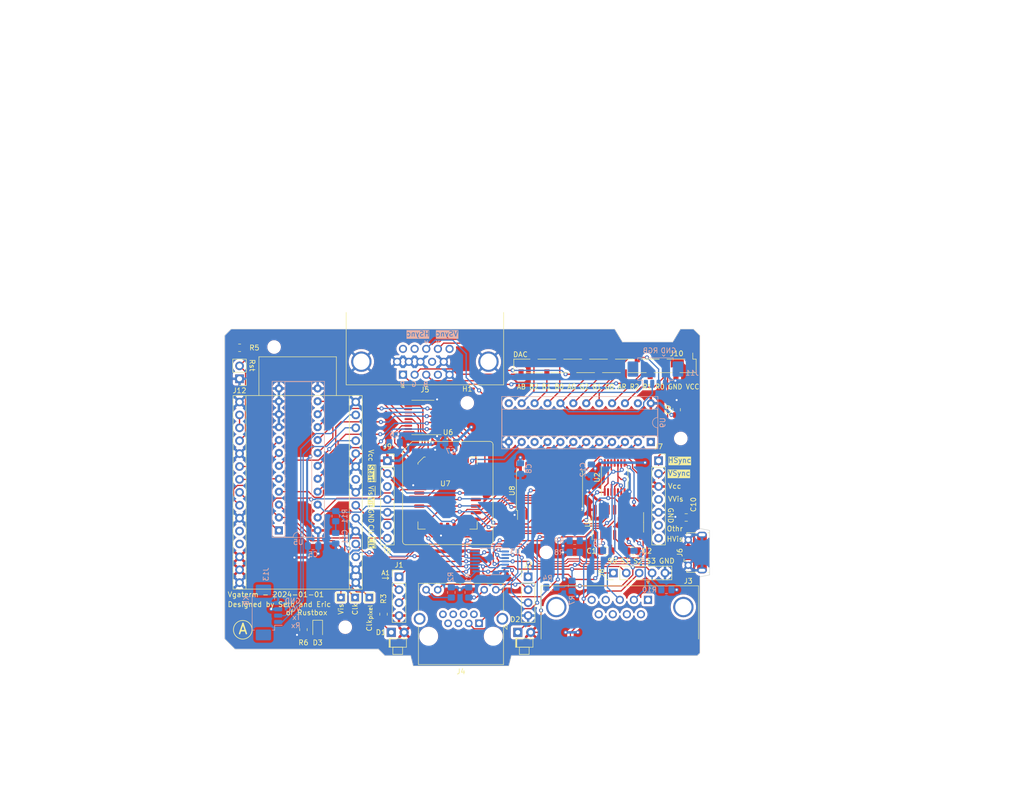
<source format=kicad_pcb>
(kicad_pcb (version 20221018) (generator pcbnew)
  (layers (0 "F.Cu" signal) (31 "B.Cu" signal) (34 "B.Paste" user) (35 "F.Paste" user) (36 "B.SilkS" user "B.Silkscreen") (37 "F.SilkS" user "F.Silkscreen") (38 "B.Mask" user) (39 "F.Mask" user) (44 "Edge.Cuts" user))
  (net 0 "")
  (net 1 "Net-(U1-C1-)")
  (net 2 "Net-(U1-C1+)")
  (net 3 "Net-(U1-C2-)")
  (net 4 "Net-(U1-C2+)")
  (net 5 "GND")
  (net 6 "Net-(U1-VS+)")
  (net 7 "Net-(U1-VS-)")
  (net 8 "/S_{0}")
  (net 9 "/TXI_{0}")
  (net 10 "/RXI_{0}")
  (net 11 "VCC")
  (net 12 "/S_{1}")
  (net 13 "/TXI_{1}")
  (net 14 "/RXI_{1}")
  (net 16 "Net-(U1-T2OUT)")
  (net 17 "Net-(U1-R2IN)")
  (net 24 "Net-(U1-R1IN)")
  (net 26 "Net-(U1-T1OUT)")
  (net 32 "Net-(J4-Pad10)")
  (net 33 "Net-(J4-Pad12)")
  (net 34 "/U-")
  (net 35 "/U+")
  (net 37 "/Tx")
  (net 38 "/Rx")
  (net 39 "/S_{2}")
  (net 40 "/S_{3}")
  (net 41 "/RXI_{3}")
  (net 42 "/TXI_{3}")
  (net 43 "/TXI_{2}")
  (net 44 "/RXI_{2}")
  (net 45 "Net-(D1-K)")
  (net 46 "Net-(D2-K)")
  (net 47 "/ARed")
  (net 48 "/AGreen")
  (net 49 "/ABlue")
  (net 54 "/HSync")
  (net 55 "/Vsync")
  (net 57 "/~{Start}")
  (net 61 "/Vis")
  (net 63 "/Clk")
  (net 64 "/R0")
  (net 65 "/R1")
  (net 66 "/R2")
  (net 67 "/G0")
  (net 68 "/G1")
  (net 69 "/G2")
  (net 70 "/B0")
  (net 71 "/B1")
  (net 72 "/B2")
  (net 73 "/Rst")
  (net 74 "3V3")
  (net 75 "/SIO3")
  (net 76 "/SIO2")
  (net 77 "/SCLK")
  (net 78 "/SIO0")
  (net 82 "/SIO1")
  (net 83 "/D7")
  (net 84 "/D6")
  (net 85 "/D5")
  (net 86 "/D4")
  (net 87 "/D3")
  (net 88 "/D2")
  (net 89 "/D1")
  (net 90 "/D0")
  (net 91 "/Clk_{pixel}")
  (net 92 "/Half")
  (net 93 "/L4")
  (net 94 "/L5")
  (net 95 "/L6")
  (net 96 "/L7")
  (net 97 "/L3")
  (net 98 "/L2")
  (net 99 "/L1")
  (net 100 "/L0")
  (net 102 "/Q0")
  (net 103 "/Q1")
  (net 105 "/Q2")
  (net 106 "/Q3")
  (net 109 "/Q4")
  (net 110 "/Q5")
  (net 111 "/Q6")
  (net 112 "/Q7")
  (net 114 "/P7")
  (net 115 "/P6")
  (net 116 "/P5")
  (net 117 "/P4")
  (net 118 "/P3")
  (net 119 "/P2")
  (net 120 "/P1")
  (net 121 "/P0")
  (net 130 "/KBRx")
  (net 131 "/KBTx")
  (net 132 "Net-(D3-K)")
  (net 133 "Net-(C11-Pad1)")
  (footprint "Connector_PinHeader_2.54mm:PinHeader_1x05_P2.54mm_Vertical" (layer "F.Cu") (at 157.734 125.476 90)
    (fp_text reference "J8")
    (fp_text value "Conn_01x05 Rotary Switch")
  )
  (footprint "MountingHole:MountingHole_2.2mm_M2_ISO7380" (layer "F.Cu") (at 91 81)
    (fp_text reference "H4" hide)
    (fp_text value "MountingHole")
  )
  (footprint "Package_SO:TSSOP-14_4.4x5mm_P0.65mm" (layer "F.Cu") (at 157.988 106.68 90)
    (fp_text reference "U2")
    (fp_text value "74LVC125")
  )
  (footprint "Connector_RJ:RJ45_Amphenol_RJHSE538X" (layer "F.Cu") (at 131.318 135.382 180)
    (fp_text reference "J4")
    (fp_text value "RJ45_LED")
  )
  (footprint "LED_SMD:LED_0805_2012Metric_Pad1.15x1.40mm_HandSolder" (layer "F.Cu") (at 99.568 136.643 -90)
    (fp_text reference "D3")
    (fp_text value "LED")
  )
  (footprint "Resistor_SMD:R_0805_2012Metric_Pad1.20x1.40mm_HandSolder" (layer "F.Cu") (at 84.217 81.153 180)
    (fp_text reference "R5")
    (fp_text value "R")
  )
  (footprint "Capacitor_SMD:C_0805_2012Metric_Pad1.18x1.45mm_HandSolder" (layer "F.Cu") (at 172.0635 114.554)
    (fp_text reference "C10")
    (fp_text value "C_Small")
  )
  (footprint "MountingHole:MountingHole_2.2mm_M2_ISO7380" (layer "F.Cu") (at 129 92)
    (fp_text reference "H1")
    (fp_text value "MountingHole")
  )
  (footprint "TestPoint:TestPoint_THTPad_1.5x1.5mm_Drill0.7mm" (layer "F.Cu") (at 109.728 130.302)
    (fp_text reference "Clk_{pixel}")
    (fp_text value "TestPoint")
  )
  (footprint "Connector_Dsub:DSUB-9_Female_Horizontal_P2.77x2.84mm_EdgePinOffset4.94mm_Housed_MountingHolesOffset7.48mm" (layer "F.Cu") (at 164.894 130.764)
    (fp_text reference "J3")
    (fp_text value "DE9_Receptacle")
  )
  (footprint "MountingHole:MountingHole_2.2mm_M2_ISO7380" (layer "F.Cu") (at 171 99)
    (fp_text reference "H3" hide)
    (fp_text value "MountingHole")
  )
  (footprint "Resistor_SMD:R_0805_2012Metric_Pad1.20x1.40mm_HandSolder" (layer "F.Cu") (at 96.774 136.627 -90)
    (fp_text reference "R6")
    (fp_text value "R")
  )
  (footprint "Capacitor_SMD:C_0805_2012Metric_Pad1.18x1.45mm_HandSolder" (layer "F.Cu") (at 156.337 121.158 180)
    (fp_text reference "C1")
    (fp_text value "1u")
  )
  (footprint "LED_THT:LED_D1.8mm_W1.8mm_H2.4mm_Horizontal_O1.27mm_Z1.6mm" (layer "F.Cu") (at 114.046 137.16)
    (fp_text reference "D1")
    (fp_text value "LED")
  )
  (footprint "plcc32:plcc32-socket" (layer "F.Cu") (at 125.1713 109.743)
    (fp_text reference "U7")
    (fp_text value "IDT7205L12JG")
  )
  (footprint "Connector_PinSocket_2.54mm:PinSocket_1x07_P2.54mm_Vertical" (layer "F.Cu") (at 166.624 103.378)
    (fp_text reference "J7")
    (fp_text value "Conn_01x07")
  )
  (footprint "LED_THT:LED_D1.8mm_W1.8mm_H2.4mm_Horizontal_O1.27mm_Z1.6mm" (layer "F.Cu") (at 138.938 137.16)
    (fp_text reference "D2")
    (fp_text value "LED")
  )
  (footprint "Connector_USB:USB_Micro-B_Molex-105017-0001" (layer "F.Cu") (at 173.9285 121.452 90)
    (fp_text reference "J6")
    (fp_text value "USB_B_Micro Debug")
  )
  (footprint "Package_SO:SOIC-16_3.9x9.9mm_P1.27mm" (layer "F.Cu") (at 158.623 115.505 90)
    (fp_text reference "U1")
    (fp_text value "MAX232I")
  )
  (footprint "local:espressif-2x15-devkit" (layer "F.Cu") (at 96.901 122.301 -90)
    (fp_text reference "U4" hide)
    (fp_text value "ESP32-C3-DevKitC-02" hide)
  )
  (footprint "TestPoint:TestPoint_THTPad_1.5x1.5mm_Drill0.7mm" (layer "F.Cu") (at 104.14 130.302)
    (fp_text reference "Vis")
    (fp_text value "TestPoint")
  )
  (footprint "MountingHole:MountingHole_2.2mm_M2_ISO7380" (layer "F.Cu") (at 105 136.144)
    (fp_text reference "H2" hide)
    (fp_text value "MountingHole")
  )
  (footprint "Connector_PinHeader_2.54mm:PinHeader_1x04_P2.54mm_Vertical" (layer "F.Cu") (at 115.57 126.238)
    (fp_text reference "J1")
    (fp_text value "Conn_01x04 USB-UART")
  )
  (footprint "Connector_PinSocket_2.54mm:PinSocket_1x14_P2.54mm_Vertical_SMD_Pin1Left" (layer "F.Cu") (at 156.083 84.708 -90)
    (fp_text reference "J10")
    (fp_text value "Conn_01x14")
  )
  (footprint "Connector_PinHeader_2.54mm:PinHeader_1x02_P2.54mm_Vertical" (layer "F.Cu") (at 84.201 87.249 180)
    (fp_text reference "J12")
    (fp_text value "Rst")
  )
  (footprint "TestPoint:TestPoint_THTPad_1.5x1.5mm_Drill0.7mm" (layer "F.Cu") (at 106.934 130.302)
    (fp_text reference "Clk")
    (fp_text value "TestPoint")
  )
  (footprint "Package_SO:TSSOP-20_4.4x6.5mm_P0.65mm" (layer "F.Cu") (at 120.269 94.869 180)
    (fp_text reference "U6")
    (fp_text value "74AHCT244")
  )
  (footprint "Capacitor_SMD:C_0805_2012Metric_Pad1.18x1.45mm_HandSolder" (layer "F.Cu") (at 161.5655 121.158 180)
    (fp_text reference "C2")
    (fp_text value "1u")
  )
  (footprint "Resistor_SMD:R_0805_2012Metric_Pad1.20x1.40mm_HandSolder" (layer "F.Cu") (at 112.522 133.588 90)
    (fp_text reference "R3")
    (fp_text value "1k")
  )
  (footprint "Connector_PinHeader_2.54mm:PinHeader_1x04_P2.54mm_Vertical" (layer "F.Cu") (at 140.97 126.238)
    (fp_text reference "J2")
    (fp_text value "Conn_01x04 Direct Pin")
  )
  (footprint "Connector_PinSocket_2.54mm:PinSocket_1x07_P2.54mm_Vertical" (layer "F.Cu") (at 113.284 103.378)
    (fp_text reference "J9")
    (fp_text value "Conn_01x07")
  )
  (footprint "Package_SO:SOIC-20W_7.5x12.8mm_P1.27mm" (layer "F.Cu") (at 145.161 109.298 90)
    (fp_text reference "U8")
    (fp_text value "74HCT574")
  )
  (footprint "Capacitor_SMD:C_0805_2012Metric_Pad1.18x1.45mm_HandSolder" (layer "F.Cu") (at 170.18 93.345 90)
    (fp_text reference "C9")
    (fp_text value "C_Small")
  )
  (footprint "MountingHole:MountingHole_2.2mm_M2_ISO7380" (layer "F.Cu") (at 144.526 121.412)
    (fp_text reference "H5" hide)
    (fp_text value "MountingHole")
  )
  (footprint "local:DSUB-15-HD_Female_Horizontal_P2.29x2.54mm_EdgePinOffset8.35mm_Housed_MountingHolesOffset10.89mm" (layer "F.Cu") (at 116.35 86.445331 180)
    (fp_text reference "J5")
    (fp_text value "DE15_Receptacle_HighDensity_MountingHoles")
  )
  (footprint "Resistor_SMD:R_0805_2012Metric_Pad1.20x1.40mm_HandSolder" (layer "B.Cu") (at 168.164 128.778)
    (fp_text reference "R10")
    (fp_text value "40k")
  )
  (footprint "Resistor_SMD:R_0805_2012Metric_Pad1.20x1.40mm_HandSolder" (layer "B.Cu") (at 103.124 114.284 -90)
    (fp_text reference "R11")
    (fp_text value "330")
  )
  (footprint "Capacitor_SMD:C_0805_2012Metric_Pad1.18x1.45mm_HandSolder" (layer "B.Cu") (at 139.446 104.9235 90)
    (fp_text reference "C8")
    (fp_text value "100nF")
  )
  (footprint "Resistor_SMD:R_0805_2012Metric_Pad1.20x1.40mm_HandSolder" (layer "B.Cu") (at 125.857 129.302 -90)
    (fp_text reference "R2")
    (fp_text value "330")
  )
  (footprint "Resistor_SMD:R_0805_2012Metric_Pad1.20x1.40mm_HandSolder" (layer "B.Cu") (at 150.13 119.126 180)
    (fp_text reference "R9")
    (fp_text value "40k")
  )
  (footprint "Capacitor_SMD:C_0805_2012Metric_Pad1.18x1.45mm_HandSolder" (layer "B.Cu") (at 153.416 105.156 -90)
    (fp_text reference "C12")
    (fp_text value "C_Small")
  )
  (footprint "Resistor_SMD:R_0805_2012Metric_Pad1.20x1.40mm_HandSolder" (layer "B.Cu") (at 129.286 129.302 -90)
    (fp_text reference "R1")
    (fp_text value "330")
  )
  (footprint "Capacitor_SMD:C_0805_2012Metric_Pad1.18x1.45mm_HandSolder" (layer "B.Cu") (at 114.7025 99.822 180)
    (fp_text reference "C6")
    (fp_text value "100nF")
  )
  (footprint "Capacitor_SMD:C_0805_2012Metric_Pad1.18x1.45mm_HandSolder" (layer "B.Cu") (at 98.6575 120.142)
    (fp_text reference "C5")
    (fp_text value "100nF")
  )
  (footprint "Connector_Molex:Molex_PicoBlade_53261-0471_1x04-1MP_P1.25mm_Horizontal" (layer "B.Cu") (at 166.009 85.844)
    (fp_text reference "J11")
    (fp_text value "Conn_01x04")
  )
  (footprint "Capacitor_SMD:C_0805_2012Metric_Pad1.18x1.45mm_HandSolder" (layer "B.Cu") (at 161.798 122.1525 90)
    (fp_text reference "C4")
    (fp_text value "1u")
  )
  (footprint "Resistor_SMD:R_0805_2012Metric_Pad1.20x1.40mm_HandSolder" (layer "B.Cu") (at 149.606 128 -90)
    (fp_text reference "R7")
    (fp_text value "40k")
  )
  (footprint "Capacitor_SMD:C_0805_2012Metric_Pad1.18x1.45mm_HandSolder" (layer "B.Cu") (at 103.124 118.6395 -90)
    (fp_text reference "C11")
    (fp_text value "220n")
  )
  (footprint "Package_DIP:DIP-24_W7.62mm_Socket" (layer "B.Cu") (at 165.1 99.695 90)
    (fp_text reference "U9")
    (fp_text value "GAL22V10")
  )
  (footprint "Capacitor_SMD:C_0805_2012Metric_Pad1.18x1.45mm_HandSolder" (layer "B.Cu") (at 154.686 121.031)
    (fp_text reference "C3")
    (fp_text value "1u")
  )
  (footprint "Resistor_SMD:R_0805_2012Metric_Pad1.20x1.40mm_HandSolder" (layer "B.Cu") (at 145.542 128.27)
    (fp_text reference "R4")
    (fp_text value "1k")
  )
  (footprint "Package_DIP:DIP-24_W7.62mm_Socket" (layer "B.Cu") (at 91.948 117.094)
    (fp_text reference "U5")
    (fp_text value "GAL22V10")
  )
  (footprint "Package_SO:TSSOP-14_4.4x5mm_P0.65mm" (layer "B.Cu") (at 133.604 123.19 180)
    (fp_text reference "U3")
    (fp_text value "74LVC125")
  )
  (footprint "Connector_Molex:Molex_PicoBlade_53261-0471_1x04-1MP_P1.25mm_Horizontal" (layer "B.Cu") (at 89.4 133.243 90)
    (fp_text reference "J13")
    (fp_text value "Conn_01x04")
  )
  (footprint "Capacitor_SMD:C_0805_2012Metric_Pad1.18x1.45mm_HandSolder" (layer "B.Cu") (at 125.73 99.822)
    (fp_text reference "C7")
    (fp_text value "100nF")
  )
  (footprint "Resistor_SMD:R_0805_2012Metric_Pad1.20x1.40mm_HandSolder" (layer "B.Cu") (at 150.13 121.412 180)
    (fp_text reference "R8")
    (fp_text value "40k")
  )
  (gr_line (start 120.65 79.756) (end 120.904 80.264) (stroke (width 0.15)) (layer "B.SilkS"))
  (gr_line (start 122.936 79.756) (end 123.19 80.264) (stroke (width 0.15)) (layer "B.SilkS"))
  (gr_line (start 123.19 80.264) (end 123.444 79.756) (stroke (width 0.15)) (layer "B.SilkS"))
  (gr_line (start 120.904 80.264) (end 121.158 79.756) (stroke (width 0.15)) (layer "B.SilkS"))
  (gr_line (start 167.894 82.55) (end 167.64 82.804) (stroke (width 0.15)) (layer "B.SilkS"))
  (gr_line (start 167.64 82.804) (end 167.386 82.55) (stroke (width 0.15)) (layer "B.SilkS"))
  (gr_circle (center 84.836 136.652) (end 86.36 137.668) (stroke (width 0.15)) (fill none) (layer "F.SilkS"))
  (gr_line (start 112.776 120.269) (end 112.522 120.523) (stroke (width 0.15)) (layer "F.SilkS"))
  (gr_line (start 113.538 126.492) (end 113.284 126.238) (stroke (width 0.15)) (layer "F.SilkS"))
  (gr_line (start 112.776 120.269) (end 113.03 120.523) (stroke (width 0.15)) (layer "F.SilkS"))
  (gr_line (start 113.538 126.492) (end 113.284 126.746) (stroke (width 0.15)) (layer "F.SilkS"))
  (gr_line (start 112.776 121.539) (end 112.776 120.269) (stroke (width 0.15)) (layer "F.SilkS"))
  (gr_line (start 112.268 126.492) (end 113.538 126.492) (stroke (width 0.15)) (layer "F.SilkS"))
  (gr_line (start 81.28 138.43) (end 81.28 78.74) (stroke (width 0.1)) (layer "Edge.Cuts"))
  (gr_line (start 174.244 141.732) (end 174.752 141.224) (stroke (width 0.1)) (layer "Edge.Cuts"))
  (gr_line (start 174.752 78.74) (end 173.482 77.47) (stroke (width 0.1)) (layer "Edge.Cuts"))
  (gr_line (start 174.752 126.238) (end 174.752 141.224) (stroke (width 0.1)) (layer "Edge.Cuts"))
  (gr_line (start 81.28 78.74) (end 82.55 77.47) (stroke (width 0.1)) (layer "Edge.Cuts"))
  (gr_line (start 174.752 116.713) (end 176.657 117.094) (stroke (width 0.1)) (layer "Edge.Cuts"))
  (gr_line (start 137.16 143.764) (end 118.364 143.764) (stroke (width 0.1)) (layer "Edge.Cuts"))
  (gr_line (start 137.668 141.732) (end 174.244 141.732) (stroke (width 0.1)) (layer "Edge.Cuts"))
  (gr_line (start 118.364 143.764) (end 117.856 141.732) (stroke (width 0.1)) (layer "Edge.Cuts"))
  (gr_line (start 176.657 117.094) (end 176.657 125.857) (stroke (width 0.1)) (layer "Edge.Cuts"))
  (gr_line (start 81.28 138.43) (end 83.312 140.462) (stroke (width 0.1)) (layer "Edge.Cuts"))
  (gr_line (start 174.752 116.713) (end 174.752 78.74) (stroke (width 0.1)) (layer "Edge.Cuts"))
  (gr_line (start 174.752 126.238) (end 176.657 125.857) (stroke (width 0.1)) (layer "Edge.Cuts"))
  (gr_line (start 111.506 140.462) (end 83.312 140.462) (stroke (width 0.1)) (layer "Edge.Cuts"))
  (gr_line (start 169.418 80.01) (end 170.942 77.47) (stroke (width 0.1)) (layer "Edge.Cuts"))
  (gr_line (start 157.988 77.47) (end 82.55 77.47) (stroke (width 0.1)) (layer "Edge.Cuts"))
  (gr_line (start 117.856 141.732) (end 112.776 141.732) (stroke (width 0.1)) (layer "Edge.Cuts"))
  (gr_line (start 159.512 80.01) (end 157.988 77.47) (stroke (width 0.1)) (layer "Edge.Cuts"))
  (gr_line (start 173.482 77.47) (end 170.942 77.47) (stroke (width 0.1)) (layer "Edge.Cuts"))
  (gr_line (start 137.668 141.732) (end 137.16 143.764) (stroke (width 0.1)) (layer "Edge.Cuts"))
  (gr_line (start 159.512 80.01) (end 169.418 80.01) (stroke (width 0.1)) (layer "Edge.Cuts"))
  (gr_line (start 112.776 141.732) (end 111.506 140.462) (stroke (width 0.1)) (layer "Edge.Cuts"))
  (gr_text "VSync" (at 127.254 78.994) (layer "B.SilkS" knockout) (effects (font (size 1 1)) (justify left bottom mirror)))
  (gr_text "GND\nVCC\nTx\nRx" (at 96.266 136.398) (layer "B.SilkS") (effects (font (size 1 1)) (justify left bottom mirror)))
  (gr_text "G" (at 119.126 88.9) (layer "B.SilkS") (effects (font (size 1 1)) (justify left bottom mirror)))
  (gr_text "RGB" (at 166.624 82.296) (layer "B.SilkS") (effects (font (size 1 1)) (justify left bottom mirror)))
  (gr_text "KB" (at 86.106 129.794 90) (layer "B.SilkS") (effects (font (size 1 1)) (justify left bottom mirror)))
  (gr_text "GND" (at 170.18 82.296) (layer "B.SilkS") (effects (font (size 1 1)) (justify left bottom mirror)))
  (gr_text "B" (at 121.412 88.9) (layer "B.SilkS") (effects (font (size 1 1)) (justify left bottom mirror)))
  (gr_text "HSync" (at 121.666 78.994) (layer "B.SilkS" knockout) (effects (font (size 1 1)) (justify left bottom mirror)))
  (gr_text "R" (at 116.84 88.9) (layer "B.SilkS") (effects (font (size 1 1)) (justify left bottom mirror)))
  (gr_text "DAC" (at 137.922 83.058) (layer "F.SilkS") (effects (font (size 1 1)) (justify left bottom)))
  (gr_text "HVis" (at 168.148 119.38) (layer "F.SilkS") (effects (font (size 1 1)) (justify left bottom)))
  (gr_text "Rst" (at 86.106 83.312 -90) (layer "F.SilkS") (effects (font (size 1 1)) (justify left bottom)))
  (gr_text "~{Clk}" (at 109.474 118.364 270) (layer "F.SilkS" knockout) (effects (font (size 1 0.9)) (justify left bottom)))
  (gr_text "GND" (at 109.474 112.776 270) (layer "F.SilkS") (effects (font (size 1 0.9)) (justify left bottom)))
  (gr_text "~{Start}" (at 109.474 104.14 270) (layer "F.SilkS" knockout) (effects (font (size 1 0.9)) (justify left bottom)))
  (gr_text "S3" (at 164.084 123.698) (layer "F.SilkS") (effects (font (size 1 1)) (justify left bottom)))
  (gr_text "HSync" (at 168.402 103.886) (layer "F.SilkS" knockout) (effects (font (size 1 1)) (justify left bottom)))
  (gr_text "A" (at 83.82 137.668) (layer "F.SilkS") (effects (font (size 2 2) (thickness 0.3)) (justify left bottom)))
  (gr_text "GND" (at 166.624 123.698) (layer "F.SilkS") (effects (font (size 1 1)) (justify left bottom)))
  (gr_text "~{Vis}" (at 109.474 108.204 270) (layer "F.SilkS") (effects (font (size 1 0.9)) (justify left bottom)))
  (gr_text "Clk" (at 109.474 115.824 270) (layer "F.SilkS") (effects (font (size 1 0.9)) (justify left bottom)))
  (gr_text "GND" (at 168.402 112.522 -90) (layer "F.SilkS") (effects (font (size 1 1)) (justify left bottom)))
  (gr_text "Othr" (at 168.148 117.348) (layer "F.SilkS") (effects (font (size 1 1)) (justify left bottom)))
  (gr_text "S1" (at 159.004 123.698) (layer "F.SilkS") (effects (font (size 1 1)) (justify left bottom)))
  (gr_text "AB B2 B1 B0 AG G2 G1 G0 AR R2 R1 R0 GND VCC" (at 138.684 89.408) (layer "F.SilkS") (effects (font (size 1 0.92)) (justify left bottom)))
  (gr_text "VVis" (at 168.402 111.506) (layer "F.SilkS") (effects (font (size 1 1)) (justify left bottom)))
  (gr_text "S0" (at 156.464 123.698) (layer "F.SilkS") (effects (font (size 1 1)) (justify left bottom)))
  (gr_text "Designed by Seth and Eric \n               of Rustbox" (at 81.788 133.858) (layer "F.SilkS") (effects (font (size 1 1)) (justify left bottom)))
  (gr_text "VSync" (at 168.402 106.426) (layer "F.SilkS" knockout) (effects (font (size 1 1)) (justify left bottom)))
  (gr_text "Vcc" (at 109.474 101.092 270) (layer "F.SilkS") (effects (font (size 1 0.9)) (justify left bottom)))
  (gr_text "B" (at 113.03 121.666) (layer "F.SilkS") (effects (font (size 0.9 0.9)) (justify left bottom)))
  (gr_text "A1" (at 112.014 125.984) (layer "F.SilkS") (effects (font (size 0.9 0.9)) (justify left bottom)))
  (gr_text "S2" (at 161.544 123.698) (layer "F.SilkS") (effects (font (size 1 1)) (justify left bottom)))
  (gr_text "Vgaterm - 2024-01-01" (at 81.788 130.302) (layer "F.SilkS") (effects (font (size 1 1)) (justify left bottom)))
  (gr_text "Vcc" (at 168.402 108.966) (layer "F.SilkS") (effects (font (size 1 1)) (justify left bottom)))
  (gr_text "Vis" (at 109.474 110.49 270) (layer "F.SilkS" knockout) (effects (font (size 1 0.9)) (justify left bottom)))
  (segment (start 157.3745 120.0365) (end 157.3745 121.158) (width 0.25) (layer "F.Cu") (net 1))
  (segment (start 156.718 117.98) (end 156.718 119.38) (width 0.25) (layer "F.Cu") (net 1))
  (segment (start 156.718 119.38) (end 157.3745 120.0365) (width 0.25) (layer "F.Cu") (net 1))
  (segment (start 154.178 117.98) (end 154.178 120.0365) (width 0.25) (layer "F.Cu") (net 2))
  (segment (start 154.178 120.0365) (end 155.2995 121.158) (width 0.25) (layer "F.Cu") (net 2))
  (segment (start 159.258 118.954999) (end 160.411001 120.108) (width 0.25) (layer "F.Cu") (net 3))
  (segment (start 159.258 117.98) (end 159.258 118.954999) (width 0.25) (layer "F.Cu") (net 3))
  (segment (start 161.553 120.108) (end 162.603 121.158) (width 0.25) (layer "F.Cu") (net 3))
  (segment (start 160.411001 120.108) (end 161.553 120.108) (width 0.25) (layer "F.Cu") (net 3))
  (segment (start 157.988 117.98) (end 157.988 118.618) (width 0.25) (layer "F.Cu") (net 4))
  (segment (start 157.988 118.618) (end 160.528 121.158) (width 0.25) (layer "F.Cu") (net 4))
  (segment (start 123.1315 97.794) (end 123.1315 98.4835) (width 0.25) (layer "F.Cu") (net 5))
  (segment (start 154.559 111.125) (end 152.654 109.22) (width 0.5) (layer "F.Cu") (net 5))
  (segment (start 154.686 111.125) (end 154.559 111.125) (width 0.5) (layer "F.Cu") (net 5))
  (segment (start 123.1315 91.3815) (end 123.063 91.313) (width 0.25) (layer "F.Cu") (net 5))
  (segment (start 119.558 108.43675) (end 118.59675 108.43675) (width 0.25) (layer "F.Cu") (net 5))
  (segment (start 118.59675 108.43675) (end 118.364 108.204) (width 0.25) (layer "F.Cu") (net 5))
  (segment (start 170.18 92.3075) (end 170.18 91.44) (width 0.25) (layer "F.Cu") (net 5))
  (segment (start 123.1315 98.4835) (end 123.063 98.552) (width 0.25) (layer "F.Cu") (net 5))
  (segment (start 160.8405 109.5425) (end 160.909 109.474) (width 0.25) (layer "F.Cu") (net 5))
  (segment (start 159.938 109.5425) (end 160.8405 109.5425) (width 0.25) (layer "F.Cu") (net 5))
  (segment (start 175.166 120.452) (end 175.166 118.552) (width 0.5) (layer "F.Cu") (net 5))
  (segment (start 150.876 113.538) (end 151.638 112.776) (width 0.25) (layer "F.Cu") (net 5))
  (segment (start 139.446 113.948) (end 138.401 113.948) (width 0.25) (layer "F.Cu") (net 5))
  (segment (start 172.466 120.152) (end 172.466 118.952) (width 0.5) (layer "F.Cu") (net 5))
  (segment (start 155.448 111.506) (end 155.448 113.03) (width 0.5) (layer "F.Cu") (net 5))
  (segment (start 155.067 111.125) (end 155.448 111.506) (width 0.5) (layer "F.Cu") (net 5))
  (segment (start 122.575466 101.325534) (end 122.682 101.219) (width 0.25) (layer "F.Cu") (net 5))
  (segment (start 175.166 122.452) (end 175.166 120.452) (width 0.5) (layer "F.Cu") (net 5))
  (segment (start 154.686 111.125) (end 155.067 111.125) (width 0.5) (layer "F.Cu") (net 5))
  (segment (start 170.053 87.503) (end 169.926 87.63) (width 0.25) (layer "F.Cu") (net 5))
  (segment (start 123.1315 91.944) (end 123.1315 91.3815) (width 0.25) (layer "F.Cu") (net 5))
  (segment (start 170.053 86.358) (end 170.053 87.503) (width 0.25) (layer "F.Cu") (net 5))
  (segment (start 123.854632 118.080368) (end 123.825 118.11) (width 0.25) (layer "F.Cu") (net 5))
  (segment (start 116.078 97.155) (end 115.443 97.79) (width 0.25) (layer "F.Cu") (net 5))
  (segment (start 116.669001 97.144) (end 116.658001 97.155) (width 0.25) (layer "F.Cu") (net 5))
  (segment (start 115.443 97.79) (end 115.443 98.171) (width 0.25) (layer "F.Cu") (net 5))
  (segment (start 96.774 137.627) (end 95.536 137.627) (width 0.25) (layer "F.Cu") (net 5))
  (segment (start 116.658001 97.155) (end 116.078 97.155) (width 0.25) (layer "F.Cu") (net 5))
  (segment (start 122.575466 102.9055) (end 122.575466 101.325534) (width 0.25) (layer "F.Cu") (net 5))
  (segment (start 123.854632 116.5805) (end 123.854632 118.080368) (width 0.25) (layer "F.Cu") (net 5))
  (segment (start 150.876 113.948) (end 150.876 113.538) (width 0.25) (layer "F.Cu") (net 5))
  (segment (start 171.026 114.554) (end 170.053 114.554) (width 0.25) (layer "F.Cu") (net 5))
  (segment (start 117.4065 97.144) (end 116.669001 97.144) (width 0.25) (layer "F.Cu") (net 5))
  (segment (start 97.79 122.428) (end 94.996 122.428) (width 0.5) (layer "F.Cu") (net 5))
  (segment (start 170.053 114.554) (end 169.926 114.427) (width 0.25) (layer "F.Cu") (net 5))
  (segment (start 138.401 113.948) (end 138.303 114.046) (width 0.25) (layer "F.Cu") (net 5))
  (segment (start 175.166 122.452) (end 175.166 124.352) (width 0.5) (layer "F.Cu") (net 5))
  (segment (start 95.536 137.627) (end 95.504 137.659) (width 0.25) (layer "F.Cu") (net 5))
  (via (at 151.638 112.776) (size 0.8) (drill 0.4) (layers "F.Cu" "B.Cu") (net 5))
  (via (at 160.909 109.474) (size 0.8) (drill 0.4) (layers "F.Cu" "B.Cu") (net 5))
  (via (at 123.825 118.11) (size 0.8) (drill 0.4) (layers "F.Cu" "B.Cu") (net 5))
  (via (at 115.443 98.171) (size 0.8) (drill 0.4) (layers "F.Cu" "B.Cu") (net 5))
  (via (at 155.448 111.506) (size 0.8) (drill 0.4) (layers "F.Cu" "B.Cu") (net 5))
  (via (at 122.682 101.219) (size 0.8) (drill 0.4) (layers "F.Cu" "B.Cu") (net 5))
  (via (at 169.926 87.63) (size 0.8) (drill 0.4) (layers "F.Cu" "B.Cu") (net 5))
  (via (at 97.79 122.428) (size 0.8) (drill 0.4) (layers "F.Cu" "B.Cu") (net 5))
  (via (at 123.063 98.552) (size 0.8) (drill 0.4) (layers "F.Cu" "B.Cu") (net 5))
  (via (at 170.18 91.44) (size 0.8) (drill 0.4) (layers "F.Cu" "B.Cu") (net 5))
  (via (at 118.364 108.204) (size 0.8) (drill 0.4) (layers "F.Cu" "B.Cu") (net 5))
  (via (at 95.504 137.659) (size 0.8) (drill 0.4) (layers "F.Cu" "B.Cu") (net 5))
  (via (at 152.654 109.22) (size 0.8) (drill 0.4) (layers "F.Cu" "B.Cu") (net 5))
  (via (at 138.303 114.046) (size 0.8) (drill 0.4) (layers "F.Cu" "B.Cu") (net 5))
  (via (at 94.996 122.428) (size 0.8) (drill 0.4) (layers "F.Cu" "B.Cu") (net 5))
  (via (at 169.926 114.427) (size 0.8) (drill 0.4) (layers "F.Cu" "B.Cu") (net 5))
  (via (at 123.063 91.313) (size 0.8) (drill 0.4) (layers "F.Cu" "B.Cu") (net 5))
  (segment (start 108.311 118.471) (end 108.311 120.343894) (width 0.4) (layer "B.Cu") (net 5))
  (segment (start 107.061 117.221) (end 108.236 118.396) (width 0.4) (layer "B.Cu") (net 5))
  (segment (start 108.311 120.343894) (end 107.603894 121.051) (width 0.4) (layer "B.Cu") (net 5))
  (segment (start 108.236 118.396) (end 108.311 118.471) (width 0.4) (layer "B.Cu") (net 5))
  (segment (start 113.146299 120.142) (end 111.76 118.755701) (width 0.25) (layer "B.Cu") (net 5))
  (segment (start 106.533 121.051) (end 105.41 122.174) (width 0.4) (layer "B.Cu") (net 5))
  (segment (start 105.41 122.174) (end 105.41 122.936) (width 0.4) (layer "B.Cu") (net 5))
  (segment (start 153.67 121.0525) (end 153.6485 121.031) (width 0.25) (layer "B.Cu") (net 5))
  (segment (start 113.538 120.142) (end 113.146299 120.142) (width 0.25) (layer "B.Cu") (net 5))
  (segment (start 136.4665 125.14) (end 135.128 125.14) (width 0.45) (layer "B.Cu") (net 5))
  (segment (start 153.67 122.428) (end 153.67 121.0525) (width 0.4) (layer "B.Cu") (net 5))
  (segment (start 111.76 118.755701) (end 111.76 118.11) (width 0.25) (layer "B.Cu") (net 5))
  (segment (start 115.74 99.822) (end 115.74 100.287) (width 0.5) (layer "B.Cu") (net 5))
  (segment (start 107.603894 121.051) (end 106.533 121.051) (width 0.4) (layer "B.Cu") (net 5))
  (segment (start 161.798 123.19) (end 160.02 121.412) (width 0.4) (layer "B.Cu") (net 5))
  (segment (start 155.448 117.98) (end 155.448 119.38) (width 0.25) (layer "F.Cu") (net 6))
  (segment (start 155.448 119.38) (end 155.702 119.634) (width 0.25) (layer "F.Cu") (net 6))
  (via (at 155.702 119.634) (size 0.8) (drill 0.4) (layers "F.Cu" "B.Cu") (net 6))
  (segment (start 155.702 121.0095) (end 155.7235 121.031) (width 0.25) (layer "B.Cu") (net 6))
  (segment (start 155.702 119.634) (end 155.702 121.0095) (width 0.25) (layer "B.Cu") (net 6))
  (segment (start 160.528 119.126) (end 160.782 119.38) (width 0.25) (layer "F.Cu") (net 7))
  (segment (start 160.528 117.98) (end 160.528 119.126) (width 0.25) (layer "F.Cu") (net 7))
  (via (at 160.782 119.38) (size 0.8) (drill 0.4) (layers "F.Cu" "B.Cu") (net 7))
  (segment (start 160.782 119.38) (end 161.798 120.396) (width 0.25) (layer "B.Cu") (net 7))
  (segment (start 161.798 120.396) (end 161.798 121.115) (width 0.25) (layer "B.Cu") (net 7))
  (segment (start 119.650497 124.189503) (end 128.778 124.189503) (width 0.25) (layer "F.Cu") (net 8))
  (segment (start 132.08 124.206) (end 133.096 124.206) (width 0.25) (layer "F.Cu") (net 8))
  (segment (start 154.94 124.714) (end 155.702 125.476) (width 0.25) (layer "F.Cu") (net 8))
  (segment (start 133.604 123.698) (end 133.604 121.666) (width 0.25) (layer "F.Cu") (net 8))
  (segment (start 133.604 121.666) (end 133.35 121.412) (width 0.25) (layer "F.Cu") (net 8))
  (segment (start 115.57 126.238) (end 117.602 124.206) (width 0.25) (layer "F.Cu") (net 8))
  (segment (start 132.08 125.476) (end 132.551 125.947) (width 0.25) (layer "F.Cu") (net 8))
  (segment (start 149.606 124.714) (end 154.94 124.714) (width 0.25) (layer "F.Cu") (net 8))
  (segment (start 132.08 124.206) (end 132.08 125.476) (width 0.25) (layer "F.Cu") (net 8))
  (segment (start 138.684 124.714) (end 149.606 124.714) (width 0.25) (layer "F.Cu") (net 8))
  (segment (start 136.906 124.206) (end 138.176 124.206) (width 0.25) (layer "F.Cu") (net 8))
  (segment (start 117.602 124.206) (end 119.634 124.206) (width 0.25) (layer "F.Cu") (net 8))
  (segment (start 135.165 125.947) (end 136.906 124.206) (width 0.25) (layer "F.Cu") (net 8))
  (segment (start 119.634 124.206) (end 119.650497 124.189503) (width 0.25) (layer "F.Cu") (net 8))
  (segment (start 133.35 121.412) (end 132.334 121.412) (width 0.25) (layer "F.Cu") (net 8))
  (segment (start 155.702 125.476) (end 157.734 125.476) (width 0.25) (layer "F.Cu") (net 8))
  (segment (start 132.551 125.947) (end 135.165 125.947) (width 0.25) (layer "F.Cu") (net 8))
  (segment (start 138.176 124.206) (end 138.684 124.714) (width 0.25) (layer "F.Cu") (net 8))
  (segment (start 133.096 124.206) (end 133.604 123.698) (width 0.25) (layer "F.Cu") (net 8))
  (via (at 128.778 124.189503) (size 0.8) (drill 0.4) (layers "F.Cu" "B.Cu") (net 8))
  (via (at 149.606 124.714) (size 0.8) (drill 0.4) (layers "F.Cu" "B.Cu") (net 8))
  (via (at 132.08 124.206) (size 0.8) (drill 0.4) (layers "F.Cu" "B.Cu") (net 8))
  (via (at 132.334 121.412) (size 0.8) (drill 0.4) (layers "F.Cu" "B.Cu") (net 8))
  (segment (start 131.856 121.89) (end 130.7415 121.89) (width 0.25) (layer "B.Cu") (net 8))
  (segment (start 131.714 123.84) (end 132.08 124.206) (width 0.25) (layer "B.Cu") (net 8))
  (segment (start 130.7415 123.84) (end 131.714 123.84) (width 0.25) (layer "B.Cu") (net 8))
  (segment (start 149.606 127) (end 149.606 124.714) (width 0.25) (layer "B.Cu") (net 8))
  (segment (start 129.127503 123.84) (end 128.778 124.189503) (width 0.25) (layer "B.Cu") (net 8))
  (segment (start 132.334 121.412) (end 131.856 121.89) (width 0.25) (layer "B.Cu") (net 8))
  (segment (start 130.7415 123.84) (end 129.127503 123.84) (width 0.25) (layer "B.Cu") (net 8))
  (segment (start 128.763 123.205) (end 128.778 123.19) (width 0.25) (layer "F.Cu") (net 9))
  (segment (start 115.301 123.205) (end 128.763 123.205) (width 0.25) (layer "F.Cu") (net 9))
  (segment (start 113.538 126.746) (end 113.538 124.968) (width 0.25) (layer "F.Cu") (net 9))
  (segment (start 115.57 128.778) (end 113.538 126.746) (width 0.25) (layer "F.Cu") (net 9))
  (segment (start 113.538 124.968) (end 115.301 123.205) (width 0.25) (layer "F.Cu") (net 9))
  (via (at 128.778 123.19) (size 0.8) (drill 0.4) (layers "F.Cu" "B.Cu") (net 9))
  (segment (start 128.778 123.19) (end 130.7415 123.19) (width 0.25) (layer "B.Cu") (net 9))
  (segment (start 117.348 125.984) (end 118.11 125.222) (width 0.25) (layer "F.Cu") (net 10))
  (segment (start 118.11 125.222) (end 128.778 125.222) (width 0.25) (layer "F.Cu") (net 10))
  (segment (start 117.348 129.54) (end 117.348 125.984) (width 0.25) (layer "F.Cu") (net 10))
  (segment (start 115.57 131.318) (end 117.348 129.54) (width 0.25) (layer "F.Cu") (net 10))
  (via (at 128.778 125.222) (size 0.8) (drill 0.4) (layers "F.Cu" "B.Cu") (net 10))
  (segment (start 128.778 125.222) (end 129.51 124.49) (width 0.25) (layer "B.Cu") (net 10))
  (segment (start 129.51 124.49) (end 130.7415 124.49) (width 0.25) (layer "B.Cu") (net 10))
  (segment (start 116.332 98.044) (end 116.332 99.187) (width 0.5) (layer "F.Cu") (net 11))
  (segment (start 173.609 125.222) (end 173.355 125.476) (width 0.35) (layer "F.Cu") (net 11))
  (segment (start 117.4065 97.794) (end 118.36 97.794) (width 0.4) (layer "F.Cu") (net 11))
  (segment (start 118.364 97.79) (end 118.745 98.171) (width 0.5) (layer "F.Cu") (net 11))
  (segment (start 169.164 94.361) (end 170.1585 94.361) (width 0.45) (layer "F.Cu") (net 11))
  (segment (start 116.459 97.917) (end 116.332 98.044) (width 0.5) (layer "F.Cu") (net 11))
  (segment (start 173.609 123.42) (end 173.609 122.634) (width 0.35) (layer "F.Cu") (net 11))
  (segment (start 173.609 122.634) (end 173.609 121.666) (width 0.4) (layer "F.Cu") (net 11))
  (segment (start 141.478 137.16) (end 148.336 137.16) (width 0.25) (layer "F.Cu") (net 11))
  (segment (start 173.609 121.666) (end 173.609 117.602) (width 0.4) (layer "F.Cu") (net 11))
  (segment (start 118.745 98.171) (end 118.745 98.552) (width 0.6) (layer "F.Cu") (net 11))
  (segment (start 129.794 121.666) (end 129.794 125.476) (width 0.5) (layer "F.Cu") (net 11))
  (segment (start 143.764 119.888) (end 146.05 119.888) (width 0.25) (layer "F.Cu") (net 11))
  (segment (start 147.828 120.142) (end 146.304 120.142) (width 0.5) (layer "F.Cu") (net 11))
  (segment (start 173.609 123.42) (end 173.609 125.222) (width 0.4) (layer "F.Cu") (net 11))
  (segment (start 118.36 97.794) (end 118.364 97.79) (width 0.25) (layer "F.Cu") (net 11))
  (segment (start 156.038 105.074) (end 155.829 105.283) (width 0.5) (layer "F.Cu") (net 11))
  (segment (start 129.794 125.476) (end 129.794 126.4745) (width 0.5) (layer "F.Cu") (net 11))
  (segment (start 129.286 121.158) (end 129.794 121.666) (width 0.5) (layer "F.Cu") (net 11))
  (segment (start 155.829 105.283) (end 155.194 105.283) (width 0.5) (layer "F.Cu") (net 11))
  (segment (start 172.941 122.752) (end 173.609 123.42) (width 0.35) (layer "F.Cu") (net 11))
  (segment (start 173.609 117.602) (end 173.355 117.348) (width 0.35) (layer "F.Cu") (net 11))
  (segment (start 126.412964 101.425036) (end 126.492 101.346) (width 0.25) (layer "F.Cu") (net 11))
  (segment (start 172.466 122.752) (end 173.491 122.752) (width 0.35) (layer "F.Cu") (net 11))
  (segment (start 172.466 122.752) (end 171.012 122.752) (width 0.35) (layer "F.Cu") (net 11))
  (segment (start 146.304 120.142) (end 146.05 119.888) (width 0.5) (layer "F.Cu") (net 11))
  (segment (start 126.412964 102.9055) (end 126.412964 101.425036) (width 0.5) (layer "F.Cu") (net 11))
  (segment (start 117.4065 97.794) (end 116.582 97.794) (width 0.4) (layer "F.Cu") (net 11))
  (segment (start 143.002 120.65) (end 143.764 119.888) (width 0.25) (layer "F.Cu") (net 11))
  (segment (start 163.957 105.791) (end 166.624 108.458) (width 0.5) (layer "F.Cu") (net 11))
  (segment (start 143.002 121.412) (end 143.002 120.65) (width 0.25) (layer "F.Cu") (net 11))
  (segment (start 170.1585 94.361) (end 170.18 94.3825) (width 0.25) (layer "F.Cu") (net 11))
  (segment (start 116.582 97.794) (end 116.459 97.917) (width 0.4) (layer "F.Cu") (net 11))
  (segment (start 156.038 105.074) (end 156.038 103.8175) (width 0.5) (layer "F.Cu") (net 11))
  (segment (start 163.957 103.759) (end 163.957 105.791) (width 0.5) (layer "F.Cu") (net 11))
  (segment (start 172.466 122.752) (end 172.941 122.752) (width 0.35) (layer "F.Cu") (net 11))
  (segment (start 173.491 122.752) (end 173.609 122.634) (width 0.35) (layer "F.Cu") (net 11))
  (via (at 169.164 94.361) (size 0.8) (drill 0.4) (layers "F.Cu" "B.Cu") (net 11))
  (via (at 148.082 126.746) (size 0.8) (drill 0.4) (layers "F.Cu" "B.Cu") (net 11))
  (via (at 155.204497 103.388497) (size 0.8) (drill 0.4) (layers "F.Cu" "B.Cu") (net 11))
  (via (at 127.508 128.778) (size 0.8) (drill 0.4) (layers "F.Cu" "B.Cu") (net 11))
  (via (at 129.286 121.158) (size 0.8) (drill 0.4) (layers "F.Cu" "B.Cu") (net 11))
  (via (at 163.957 103.759) (size 0.8) (drill 0.4) (layers "F.Cu" "B.Cu") (net 11))
  (via (at 90.424 132.588) (size 0.8) (drill 0.4) (layers "F.Cu" "B.Cu") (net 11))
  (via (at 129.794 96.774) (size 0.8) (drill 0.4) (layers "F.Cu" "B.Cu") (net 11))
  (via (at 99.695 121.666) (size 0.8) (drill 0.4) (layers "F.Cu" "B.Cu") (net 11))
  (via (at 154.178 104.902) (size 0.8) (drill 0.4) (layers "F.Cu" "B.Cu") (net 11))
  (via (at 150.622 130.048) (size 0.8) (drill 0.4) (layers "F.Cu" "B.Cu") (net 11))
  (via (at 150.749 137.16) (size 0.8) (drill 0.4) (layers "F.Cu" "B.Cu") (net 11))
  (via (at 98.123507 102.5445) (size 0.8) (drill 0.4) (layers "F.Cu" "B.Cu") (net 11))
  (via (at 126.492 101.346) (size 0.8) (drill 0.4) (layers "F.Cu" "B.Cu") (net 11))
  (via (at 147.828 120.142) (size 0.8) (drill 0.4) (layers "F.Cu" "B.Cu") (net 11))
  (via (at 122.174 99.822) (size 0.8) (drill 0.4) (layers "F.Cu" "B.Cu") (net 11))
  (via (at 148.336 137.16) (size 0.8) (drill 0.4) (layers "F.Cu" "B.Cu") (net 11))
  (via (at 112.776 100.584) (size 0.8) (drill 0.4) (layers "F.Cu" "B.Cu") (net 11))
  (via (at 139.446 102.743) (size 0.8) (drill 0.4) (layers "F.Cu" "B.Cu") (net 11))
  (via (at 170.18 128.778) (size 0.8) (drill 0.4) (layers "F.Cu" "B.Cu") (net 11))
  (via (at 147.828 121.412) (size 0.8) (drill 0.4) (layers "F.Cu" "B.Cu") (net 11))
  (via (at 117.348 100.203) (size 0.8) (drill 0.4) (layers "F.Cu" "B.Cu") (net 11))
  (segment (start 169.164 128.778) (end 170.18 128.778) (width 0.25) (layer "B.Cu") (net 11))
  (segment (start 153.416 104.1185) (end 153.416 104.14) (width 0.25) (layer "B.Cu") (net 11))
  (segment (start 127 128.27) (end 126.968 128.302) (width 0.5) (layer "B.Cu") (net 11))
  (segment (start 97.568701 115.094701) (end 97.493701 115.019701) (width 0.4) (layer "B.Cu") (net 11))
  (segment (start 99.695 120.142) (end 99.695 121.666) (width 0.5) (layer "B.Cu") (net 11))
  (segment (start 127.762 128.778) (end 127.508 128.778) (width 0.5) (layer "B.Cu") (net 11))
  (segment (start 149.606 129) (end 149.606 129.032) (width 0.25) (layer "B.Cu") (net 11))
  (segment (start 129.368 121.24) (end 129.286 121.158) (width 0.25) (layer "B.Cu") (net 11))
  (segment (start 128.238 128.302) (end 127.762 128.778) (width 0.5) (layer "B.Cu") (net 11))
  (segment (start 129.286 128.302) (end 128.238 128.302) (width 0.5) (layer "B.Cu") (net 11))
  (segment (start 113.284 103.378) (end 115.57 103.378) (width 0.5) (layer "B.Cu") (net 11))
  (segment (start 97.493701 103.174306) (end 98.123507 102.5445) (width 0.4) (layer "B.Cu") (net 11))
  (segment (start 126.968 128.302) (end 125.857 128.302) (width 0.5) (layer "B.Cu") (net 11))
  (segment (start 126.7675 99.822) (end 126.7675 99.8005) (width 0.5) (layer "B.Cu") (net 11))
  (segment (start 126.492 101.346) (end 126.746 101.092) (width 0.5) (layer "B.Cu") (net 11))
  (segment (start 99.695 117.221) (end 99.568 117.094) (width 0.25) (layer "B.Cu") (net 11))
  (segment (start 147.828 121.412) (end 147.828 120.142) (width 0.5) (layer "B.Cu") (net 11))
  (segment (start 149.13 121.412) (end 147.828 121.412) (width 0.5) (layer "B.Cu") (net 11))
  (segment (start 117.348 101.6) (end 117.348 100.203) (width 0.5) (layer "B.Cu") (net 11))
  (segment (start 126.7675 99.8005) (end 129.794 96.774) (width 0.5) (layer "B.Cu") (net 11))
  (segment (start 115.57 103.378) (end 117.348 101.6) (width 0.5) (layer "B.Cu") (net 11))
  (segment (start 99.568 117.094) (end 97.568701 115.094701) (width 0.4) (layer "B.Cu") (net 11))
  (segment (start 113.538 99.822) (end 112.776 100.584) (width 0.5) (layer "B.Cu") (net 11))
  (segment (start 126.746 101.092) (end 126.746 100.838) (width 0.5) (layer "B.Cu") (net 11))
  (segment (start 139.446 103.886) (end 139.446 102.743) (width 0.45) (layer "B.Cu") (net 11))
  (segment (start 97.493701 115.019701) (end 97.493701 103.174306) (width 0.4) (layer "B.Cu") (net 11))
  (segment (start 117.348 100.203) (end 121.793 100.203) (width 0.5) (layer "B.Cu") (net 11))
  (segment (start 113.665 99.822) (end 113.538 99.822) (width 0.25) (layer "B.Cu") (net 11))
  (segment (start 147.828 120.142) (end 147.828 119.634) (width 0.5) (layer "B.Cu") (net 11))
  (segment (start 147.828 126.492) (end 148.082 126.746) (width 0.5) (layer "B.Cu") (net 11))
  (segment (start 121.793 100.203) (end 122.174 99.822) (width 0.5) (layer "B.Cu") (net 11))
  (segment (start 147.828 121.412) (end 147.828 126.492) (width 0.5) (layer "B.Cu") (net 11))
  (segment (start 148.336 119.126) (end 149.13 119.126) (width 0.5) (layer "B.Cu") (net 11))
  (segment (start 165.1 92.075) (end 166.878 92.075) (width 0.5) (layer "B.Cu") (net 11))
  (segment (start 156.464 103.759) (end 155.575 103.759) (width 0.5) (layer "B.Cu") (net 11))
  (segment (start 126.746 100.838) (end 126.7675 100.8165) (width 0.25) (layer "B.Cu") (net 11))
  (segment (start 163.957 103.759) (end 156.464 103.759) (width 0.5) (layer "B.Cu") (net 11))
  (segment (start 155.575 103.759) (end 155.204497 103.388497) (width 0.5) (layer "B.Cu") (net 11))
  (segment (start 149.606 129.032) (end 150.622 130.048) (width 0.5) (layer "B.Cu") (net 11))
  (segment (start 130.7415 121.24) (end 129.368 121.24) (width 0.25) (layer "B.Cu") (net 11))
  (segment (start 126.7675 100.8165) (end 126.7675 99.822) (width 0.5) (layer "B.Cu") (net 11))
  (segment (start 153.416 104.14) (end 154.178 104.902) (width 0.25) (layer "B.Cu") (net 11))
  (segment (start 166.878 92.075) (end 169.164 94.361) (width 0.5) (layer "B.Cu") (net 11))
  (segment (start 90.454 132.618) (end 90.424 132.588) (width 0.25) (layer "B.Cu") (net 11))
  (segment (start 148.336 137.16) (end 150.749 137.16) (width 0.5) (layer "B.Cu") (net 11))
  (segment (start 99.695 120.142) (end 99.695 117.221) (width 0.5) (layer "B.Cu") (net 11))
  (segment (start 127.508 128.778) (end 127 128.27) (width 0.5) (layer "B.Cu") (net 11))
  (segment (start 91.8 132.618) (end 90.454 132.618) (width 0.5) (layer "B.Cu") (net 11))
  (segment (start 147.828 119.634) (end 148.336 119.126) (width 0.5) (layer "B.Cu") (net 11))
  (segment (start 150.160424 123.882364) (end 151.060364 123.882364) (width 0.25) (layer "F.Cu") (net 12))
  (segment (start 151.384 124.206) (end 159.004 124.206) (width 0.25) (layer "F.Cu") (net 12))
  (segment (start 148.881 124.169) (end 149.167636 123.882364) (width 0.25) (layer "F.Cu") (net 12))
  (segment (start 134.112 121.412) (end 134.112 123.444) (width 0.25) (layer "F.Cu") (net 12))
  (segment (start 140.97 123.4815) (end 141.6575 124.169) (width 0.25) (layer "F.Cu") (net 12))
  (segment (start 160.274 125.476) (end 159.004 124.206) (width 0.25) (layer "F.Cu") (net 12))
  (segment (start 151.060364 123.882364) (end 151.384 124.206) (width 0.25) (layer "F.Cu") (net 12))
  (segment (start 149.167636 123.882364) (end 150.160424 123.882364) (width 0.25) (layer "F.Cu") (net 12))
  (segment (start 137.922 123.19) (end 140.6785 123.19) (width 0.25) (layer "F.Cu") (net 12))
  (segment (start 140.6785 123.19) (end 140.97 123.4815) (width 0.25) (layer "F.Cu") (net 12))
  (segment (start 141.6575 124.169) (end 148.881 124.169) (width 0.25) (layer "F.Cu") (net 12))
  (segment (start 134.62 120.904) (end 134.112 121.412) (width 0.25) (layer "F.Cu") (net 12))
  (segment (start 134.112 123.444) (end 134.366 123.698) (width 0.25) (layer "F.Cu") (net 12))
  (segment (start 135.128 120.904) (end 134.62 120.904) (width 0.25) (layer "F.Cu") (net 12))
  (via (at 140.97 123.4815) (size 0.8) (drill 0.4) (layers "F.Cu" "B.Cu") (net 12))
  (via (at 134.366 123.698) (size 0.8) (drill 0.4) (layers "F.Cu" "B.Cu") (net 12))
  (via (at 135.128 120.904) (size 0.8) (drill 0.4) (layers "F.Cu" "B.Cu") (net 12))
  (via (at 150.160424 123.882364) (size 0.8) (drill 0.4) (layers "F.Cu" "B.Cu") (net 12))
  (via (at 137.922 123.19) (size 0.8) (drill 0.4) (layers "F.Cu" "B.Cu") (net 12))
  (segment (start 136.4665 123.19) (end 137.922 123.19) (width 0.25) (layer "B.Cu") (net 12))
  (segment (start 134.874 123.698) (end 135.382 123.19) (width 0.25) (layer "B.Cu") (net 12))
  (segment (start 134.366 123.698) (end 134.874 123.698) (width 0.25) (layer "B.Cu") (net 12))
  (segment (start 151.13 123.444) (end 151.13 121.412) (width 0.25) (layer "B.Cu") (net 12))
  (segment (start 135.464 121.24) (end 135.128 120.904) (width 0.25) (layer "B.Cu") (net 12))
  (segment (start 150.160424 123.882364) (end 150.691636 123.882364) (width 0.25) (layer "B.Cu") (net 12))
  (segment (start 140.97 126.238) (end 140.97 123.4815) (width 0.25) (layer "B.Cu") (net 12))
  (segment (start 136.4665 121.24) (end 135.464 121.24) (width 0.25) (layer "B.Cu") (net 12))
  (segment (start 135.382 123.19) (end 136.4665 123.19) (width 0.25) (layer "B.Cu") (net 12))
  (segment (start 150.691636 123.882364) (end 151.13 123.444) (width 0.25) (layer "B.Cu") (net 12))
  (segment (start 137.795765 125.603765) (end 140.97 128.778) (width 0.25) (layer "F.Cu") (net 13))
  (segment (start 137.795765 124.934162) (end 137.795765 125.603765) (width 0.25) (layer "F.Cu") (net 13))
  (via (at 137.795765 124.934162) (size 0.8) (drill 0.4) (layers "F.Cu" "B.Cu") (net 13))
  (segment (start 137.351603 124.49) (end 137.795765 124.934162) (width 0.25) (layer "B.Cu") (net 13))
  (segment (start 136.4665 124.49) (end 137.351603 124.49) (width 0.25) (layer "B.Cu") (net 13))
  (segment (start 139.7 122.4655) (end 139.7 122.428) (width 0.25) (layer "F.Cu") (net 14))
  (segment (start 139.7 122.428) (end 139.192 121.92) (width 0.25) (layer "F.Cu") (net 14))
  (segment (start 139.192 121.92) (end 137.922 121.92) (width 0.25) (layer "F.Cu") (net 14))
  (via (at 139.7 122.4655) (size 0.8) (drill 0.4) (layers "F.Cu" "B.Cu") (net 14))
  (via (at 137.922 121.92) (size 0.8) (drill 0.4) (layers "F.Cu" "B.Cu") (net 14))
  (segment (start 139.7 125.397056) (end 139.7 122.4655) (width 0.25) (layer "B.Cu") (net 14))
  (segment (start 136.4665 121.89) (end 137.892 121.89) (width 0.25) (layer "B.Cu") (net 14))
  (segment (start 137.892 121.89) (end 137.922 121.92) (width 0.25) (layer "B.Cu") (net 14))
  (segment (start 139.767919 131.318) (end 137.668 129.218081) (width 0.25) (layer "B.Cu") (net 14))
  (segment (start 137.668 129.218081) (end 137.668 127.429056) (width 0.25) (layer "B.Cu") (net 14))
  (segment (start 140.97 131.318) (end 139.767919 131.318) (width 0.25) (layer "B.Cu") (net 14))
  (segment (start 137.668 127.429056) (end 139.7 125.397056) (width 0.25) (layer "B.Cu") (net 14))
  (segment (start 162.814 119.634) (end 161.798 118.618) (width 0.25) (layer "F.Cu") (net 16))
  (segment (start 161.798 118.618) (end 161.798 117.98) (width 0.25) (layer "F.Cu") (net 16))
  (via (at 162.814 119.634) (size 0.8) (drill 0.4) (layers "F.Cu" "B.Cu") (net 16))
  (segment (start 161.774 130.764) (end 163.989 128.549) (width 0.25) (layer "B.Cu") (net 16))
  (segment (start 163.989 128.549) (end 163.989 120.809) (width 0.25) (layer "B.Cu") (net 16))
  (segment (start 163.989 120.809) (end 162.814 119.634) (width 0.25) (layer "B.Cu") (net 16))
  (segment (start 163.576 118.488) (end 163.068 117.98) (width 0.25) (layer "F.Cu") (net 17))
  (segment (start 158.242 122.5195) (end 162.8741 122.5195) (width 0.25) (layer "F.Cu") (net 17))
  (segment (start 163.576 121.8176) (end 163.576 118.488) (width 0.25) (layer "F.Cu") (net 17))
  (segment (start 162.8741 122.5195) (end 163.576 121.8176) (width 0.25) (layer "F.Cu") (net 17))
  (via (at 158.242 122.5195) (size 0.8) (drill 0.4) (layers "F.Cu" "B.Cu") (net 17))
  (segment (start 159.004 130.764) (end 156.559 128.319) (width 0.25) (layer "B.Cu") (net 17))
  (segment (start 156.559 128.319) (end 156.559 124.2025) (width 0.25) (layer "B.Cu") (net 17))
  (segment (start 156.559 124.2025) (end 158.242 122.5195) (width 0.25) (layer "B.Cu") (net 17))
  (segment (start 156.441798 116.68) (end 153.827092 116.68) (width 0.25) (layer "F.Cu") (net 24))
  (segment (start 157.988 115.133798) (end 156.441798 116.68) (width 0.25) (layer "F.Cu") (net 24))
  (segment (start 152.143092 118.364) (end 153.67 116.84) (width 0.25) (layer "F.Cu") (net 24))
  (segment (start 147.066 118.872) (end 147.574 118.364) (width 0.25) (layer "F.Cu") (net 24))
  (segment (start 136.557 130.143) (end 143.415 130.143) (width 0.25) (layer "F.Cu") (net 24))
  (segment (start 157.988 113.03) (end 157.988 115.133798) (width 0.25) (layer "F.Cu") (net 24))
  (segment (start 153.827092 116.68) (end 153.668546 116.838546) (width 0.25) (layer "F.Cu") (net 24))
  (segment (start 147.574 118.364) (end 152.143092 118.364) (width 0.25) (layer "F.Cu") (net 24))
  (segment (start 143.415 130.143) (end 146.812 126.746) (width 0.25) (layer "F.Cu") (net 24))
  (segment (start 131.318 135.382) (end 136.557 130.143) (width 0.25) (layer "F.Cu") (net 24))
  (via (at 146.812 126.746) (size 0.8) (drill 0.4) (layers "F.Cu" "B.Cu") (net 24))
  (via (at 147.066 118.872) (size 0.8) (drill 0.4) (layers "F.Cu" "B.Cu") (net 24))
  (segment (start 146.812 126.746) (end 146.812 120.65) (width 0.25) (layer "B.Cu") (net 24))
  (segment (start 146.812 120.65) (end 146.812 119.126) (width 0.25) (layer "B.Cu") (net 24))
  (segment (start 146.812 119.126) (end 147.066 118.872) (width 0.25) (layer "B.Cu") (net 24))
  (segment (start 130.361 136.457) (end 132.393 136.457) (width 0.25) (layer "F.Cu") (net 26))
  (segment (start 129.286 135.382) (end 130.361 136.457) (width 0.25) (layer "F.Cu") (net 26))
  (segment (start 141.573 132.493) (end 142.748 131.318) (width 0.25) (layer "F.Cu") (net 26))
  (segment (start 133.35 135.5) (end 133.35 134.874) (width 0.25) (layer "F.Cu") (net 26))
  (segment (start 156.718 114.353188) (end 155.291188 115.78) (width 0.25) (layer "F.Cu") (net 26))
  (segment (start 132.393 136.457) (end 133.35 135.5) (width 0.25) (layer "F.Cu") (net 26))
  (segment (start 143.256 118.3955) (end 144.4945 118.3955) (width 0.25) (layer "F.Cu") (net 26))
  (segment (start 156.718 113.03) (end 156.718 114.353188) (width 0.25) (layer "F.Cu") (net 26))
  (segment (start 144.4945 118.3955) (end 146.558 116.332) (width 0.25) (layer "F.Cu") (net 26))
  (segment (start 146.558 116.332) (end 151.384 116.332) (width 0.25) (layer "F.Cu") (net 26))
  (segment (start 151.384 116.332) (end 151.892 115.824) (width 0.25) (layer "F.Cu") (net 26))
  (segment (start 135.731 132.493) (end 141.573 132.493) (width 0.25) (layer "F.Cu") (net 26))
  (segment (start 133.35 134.874) (end 135.731 132.493) (width 0.25) (layer "F.Cu") (net 26))
  (segment (start 151.936 115.78) (end 151.892 115.824) (width 0.25) (layer "F.Cu") (net 26))
  (segment (start 155.291188 115.78) (end 151.936 115.78) (width 0.25) (layer "F.Cu") (net 26))
  (via (at 142.748 131.318) (size 0.8) (drill 0.4) (layers "F.Cu" "B.Cu") (net 26))
  (via (at 143.256 118.3955) (size 0.8) (drill 0.4) (layers "F.Cu" "B.Cu") (net 26))
  (segment (start 143.2245 118.3955) (end 143.256 118.3955) (width 0.25) (layer "B.Cu") (net 26))
  (segment (start 142.748 118.872) (end 143.2245 118.3955) (width 0.25) (layer "B.Cu") (net 26))
  (segment (start 142.748 131.318) (end 142.748 118.872) (width 0.25) (layer "B.Cu") (net 26))
  (segment (start 130.808 130.302) (end 130.302 130.302) (width 0.25) (layer "F.Cu") (net 32))
  (segment (start 132.328 128.782) (end 130.808 130.302) (width 0.25) (layer "F.Cu") (net 32))
  (via (at 130.302 130.302) (size 0.8) (drill 0.4) (layers "F.Cu" "B.Cu") (net 32))
  (segment (start 130.302 130.302) (end 129.286 130.302) (width 0.25) (layer "B.Cu") (net 32))
  (segment (start 125.857 130.302) (end 122.418 130.302) (width 0.25) (layer "B.Cu") (net 33))
  (segment (start 122.418 130.302) (end 120.898 128.782) (width 0.25) (layer "B.Cu") (net 33))
  (segment (start 119.4732 120.24) (end 134.80205 120.24) (width 0.2) (layer "F.Cu") (net 34))
  (segment (start 167.1142 122.002) (end 171.353499 122.002) (width 0.2) (layer "F.Cu") (net 34))
  (segment (start 151.0368 123.161) (end 151.5448 123.669) (width 0.2) (layer "F.Cu") (net 34))
  (segment (start 110.3309 122.0791) (end 111.0318 122.78) (width 0.2) (layer "F.Cu") (net 34))
  (segment (start 110.298 122.112) (end 110.3309 122.0791) (width 0.2) (layer "F.Cu") (net 34))
  (segment (start 135.45395 120.24) (end 139.4798 120.24) (width 0.2) (layer "F.Cu") (net 34))
  (segment (start 165.4472 123.669) (end 167.1142 122.002) (width 0.2) (layer "F.Cu") (net 34))
  (segment (start 171.353499 122.002) (end 171.453499 122.102) (width 0.2) (layer "F.Cu") (net 34))
  (segment (start 139.4798 120.24) (end 142.9088 123.669) (width 0.2) (layer "F.Cu") (net 34))
  (segment (start 109.412 122.112) (end 110.298 122.112) (width 0.2) (layer "F.Cu") (net 34))
  (segment (start 151.5448 123.669) (end 165.4472 123.669) (width 0.2) (layer "F.Cu") (net 34))
  (segment (start 148.935352 123.161) (end 151.0368 123.161) (width 0.2) (layer "F.Cu") (net 34))
  (segment (start 116.9332 122.78) (end 119.4732 120.24) (width 0.2) (layer "F.Cu") (net 34))
  (segment (start 135.41795 120.204) (end 135.45395 120.24) (width 0.2) (layer "F.Cu") (net 34))
  (segment (start 134.83805 120.204) (end 135.41795 120.204) (width 0.2) (layer "F.Cu") (net 34))
  (segment (start 107.061 119.761) (end 109.412 122.112) (width 0.2) (layer "F.Cu") (net 34))
  (segment (start 142.9088 123.669) (end 148.427352 123.669) (width 0.2) (layer "F.Cu") (net 34))
  (segment (start 148.427352 123.669) (end 148.935352 123.161) (width 0.2) (layer "F.Cu") (net 34))
  (segment (start 171.453499 122.102) (end 172.466 122.102) (width 0.2) (layer "F.Cu") (net 34))
  (segment (start 111.0318 122.78) (end 116.9332 122.78) (width 0.2) (layer "F.Cu") (net 34))
  (segment (start 134.80205 120.24) (end 134.83805 120.204) (width 0.2) (layer "F.Cu") (net 34))
  (segment (start 166.9278 121.552) (end 171.353499 121.552) (width 0.2) (layer "F.Cu") (net 35))
  (segment (start 134.615682 119.79) (end 134.651662 119.75402) (width 0.2) (layer "F.Cu") (net 35))
  (segment (start 151.2232 122.711) (end 151.7312 123.219) (width 0.2) (layer "F.Cu") (net 35))
  (segment (start 119.2868 119.79) (end 134.615682 119.79) (width 0.2) (layer "F.Cu") (net 35))
  (segment (start 151.7312 123.219) (end 165.2608 123.219) (width 0.2) (layer "F.Cu") (net 35))
  (segment (start 116.7468 122.33) (end 119.2868 119.79) (width 0.2) (layer "F.Cu") (net 35))
  (segment (start 111.2182 122.33) (end 116.7468 122.33) (width 0.2) (layer "F.Cu") (net 35))
  (segment (start 148.748952 122.711) (end 151.2232 122.711) (width 0.2) (layer "F.Cu") (net 35))
  (segment (start 134.651662 119.75402) (end 135.604338 119.75402) (width 0.2) (layer "F.Cu") (net 35))
  (segment (start 171.353499 121.552) (end 171.453499 121.452) (width 0.2) (layer "F.Cu") (net 35))
  (segment (start 171.453499 121.452) (end 172.466 121.452) (width 0.2) (layer "F.Cu") (net 35))
  (segment (start 135.640318 119.79) (end 139.6662 119.79) (width 0.2) (layer "F.Cu") (net 35))
  (segment (start 135.604338 119.75402) (end 135.640318 119.79) (width 0.2) (layer "F.Cu") (net 35))
  (segment (start 148.240952 123.219) (end 148.748952 122.711) (width 0.2) (layer "F.Cu") (net 35))
  (segment (start 143.0952 123.219) (end 148.240952 123.219) (width 0.2) (layer "F.Cu") (net 35))
  (segment (start 110.3002 121.412) (end 111.2182 122.33) (width 0.2) (layer "F.Cu") (net 35))
  (segment (start 139.6662 119.79) (end 143.0952 123.219) (width 0.2) (layer "F.Cu") (net 35))
  (segment (start 109.728 121.412) (end 110.3002 121.412) (width 0.2) (layer "F.Cu") (net 35))
  (segment (start 165.2608 123.219) (end 166.9278 121.552) (width 0.2) (layer "F.Cu") (net 35))
  (via (at 109.728 121.412) (size 0.8) (drill 0.4) (layers "F.Cu" "B.Cu") (net 35))
  (segment (start 109.728 121.412) (end 107.95 121.412) (width 0.2) (layer "B.Cu") (net 35))
  (segment (start 107.95 121.412) (end 107.061 122.301) (width 0.2) (layer "B.Cu") (net 35))
  (segment (start 151.8985 115.0555) (end 151.13 115.824) (width 0.25) (layer "F.Cu") (net 37))
  (segment (start 144.457 117.671) (end 146.304 115.824) (width 0.25) (layer "F.Cu") (net 37))
  (segment (start 129.032 119.0905) (end 131.8615 119.0905) (width 0.25) (layer "F.Cu") (net 37))
  (segment (start 128.761503 122.174) (end 128.778 122.190497) (width 0.25) (layer "F.Cu") (net 37))
  (segment (start 152.4 115.0555) (end 151.8985 115.0555) (width 0.25) (layer "F.Cu") (net 37))
  (segment (start 133.281 117.671) (end 144.457 117.671) (width 0.25) (layer "F.Cu") (net 37))
  (segment (start 159.288 105.059) (end 159.385 105.156) (width 0.25) (layer "F.Cu") (net 37))
  (segment (start 157.338 103.8175) (end 157.338 105.141) (width 0.25) (layer "F.Cu") (net 37))
  (segment (start 157.338 105.141) (end 157.734 105.537) (width 0.25) (layer "F.Cu") (net 37))
  (segment (start 118.618 122.174) (end 128.761503 122.174) (width 0.25) (layer "F.Cu") (net 37))
  (segment (start 159.288 103.8175) (end 159.288 105.059) (width 0.25) (layer "F.Cu") (net 37))
  (segment (start 131.8615 119.0905) (end 133.281 117.671) (width 0.25) (layer "F.Cu") (net 37))
  (segment (start 146.304 115.824) (end 151.13 115.824) (width 0.25) (layer "F.Cu") (net 37))
  (via (at 129.032 119.0905) (size 0.8) (drill 0.4) (layers "F.Cu" "B.Cu") (net 37))
  (via (at 159.385 105.156) (size 0.8) (drill 0.4) (layers "F.Cu" "B.Cu") (net 37))
  (via (at 118.618 122.174) (size 0.8) (drill 0.4) (layers "F.Cu" "B.Cu") (net 37))
  (via (at 128.778 122.190497) (size 0.8) (drill 0.4) (layers "F.Cu" "B.Cu") (net 37))
  (via (at 157.734 105.537) (size 0.8) (drill 0.4) (layers "F.Cu" "B.Cu") (net 37))
  (via (at 152.4 115.0555) (size 0.8) (drill 0.4) (layers "F.Cu" "B.Cu") (net 37))
  (segment (start 152.654 110.480695) (end 157.597695 105.537) (width 0.25) (layer "B.Cu") (net 37))
  (segment (start 131.439305 122.54) (end 133.322305 124.423) (width 0.25) (layer "B.Cu") (net 37))
  (segment (start 128.778 122.190497) (end 129.127503 122.54) (width 0.25) (layer "B.Cu") (net 37))
  (segment (start 128.561 119.5615) (end 129.032 119.0905) (width 0.25) (layer "B.Cu") (net 37))
  (segment (start 135.494 123.84) (end 136.4665 123.84) (width 0.25) (layer "B.Cu") (net 37))
  (segment (start 128.561 121.973497) (end 128.561 120.613) (width 0.25) (layer "B.Cu") (net 37))
  (segment (start 130.7415 122.54) (end 131.439305 122.54) (width 0.25) (layer "B.Cu") (net 37))
  (segment (start 128.778 122.190497) (end 128.561 121.973497) (width 0.25) (layer "B.Cu") (net 37))
  (segment (start 134.911 124.423) (end 135.494 123.84) (width 0.25) (layer "B.Cu") (net 37))
  (segment (start 152.654 114.8015) (end 152.4 115.0555) (width 0.25) (layer "B.Cu") (net 37))
  (segment (start 133.322305 124.423) (end 134.911 124.423) (width 0.25) (layer "B.Cu") (net 37))
  (segment (start 129.127503 122.54) (end 130.7415 122.54) (width 0.25) (layer "B.Cu") (net 37))
  (segment (start 107.061 114.681) (end 107.061 114.945701) (width 0.25) (layer "B.Cu") (net 37))
  (segment (start 107.061 114.945701) (end 114.289299 122.174) (width 0.25) (layer "B.Cu") (net 37))
  (segment (start 157.597695 105.537) (end 157.734 105.537) (width 0.25) (layer "B.Cu") (net 37))
  (segment (start 152.654 114.3) (end 152.654 114.8015) (width 0.25) (layer "B.Cu") (net 37))
  (segment (start 157.734 105.537) (end 159.004 105.537) (width 0.25) (layer "B.Cu") (net 37))
  (segment (start 114.289299 122.174) (end 118.618 122.174) (width 0.25) (layer "B.Cu") (net 37))
  (segment (start 128.561 120.613) (end 128.561 119.5615) (width 0.25) (layer "B.Cu") (net 37))
  (segment (start 152.654 114.3) (end 152.654 110.480695) (width 0.25) (layer "B.Cu") (net 37))
  (segment (start 159.004 105.537) (end 159.385 105.156) (width 0.25) (layer "B.Cu") (net 37))
  (segment (start 144.5315 119.1205) (end 135.44798 119.1205) (width 0.25) (layer "F.Cu") (net 38))
  (segment (start 156.464 115.632493) (end 155.866493 116.23) (width 0.25) (layer "F.Cu") (net 38))
  (segment (start 155.866493 116.23) (end 152.248 116.23) (width 0.25) (layer "F.Cu") (net 38))
  (segment (start 159.288 109.5425) (end 159.288 108.346864) (width 0.25) (layer "F.Cu") (net 38))
  (segment (start 117.594202 114.903) (end 121.360601 118.669399) (width 0.25) (layer "F.Cu") (net 38))
  (segment (start 146.812 116.84) (end 144.5315 119.1205) (width 0.25) (layer "F.Cu") (net 38))
  (segment (start 152.248 116.23) (end 151.638 116.84) (width 0.25) (layer "F.Cu") (net 38))
  (segment (start 109.823 114.903) (end 117.594202 114.903) (width 0.25) (layer "F.Cu") (net 38))
  (segment (start 107.061 112.141) (end 109.823 114.903) (width 0.25) (layer "F.Cu") (net 38))
  (segment (start 157.338 109.5425) (end 157.338 108.083401) (width 0.25) (layer "F.Cu") (net 38))
  (segment (start 133.096 125.222) (end 133.867305 125.222) (width 0.25) (layer "F.Cu") (net 38))
  (segment (start 159.288 108.346864) (end 159.202845 108.261709) (width 0.25) (layer "F.Cu") (net 38))
  (segment (start 151.638 116.84) (end 146.812 116.84) (width 0.25) (layer "F.Cu") (net 38))
  (segment (start 135.128 123.961305) (end 135.128 122.936) (width 0.25) (layer "F.Cu") (net 38))
  (segment (start 157.338 108.083401) (end 157.677505 107.743896) (width 0.25) (layer "F.Cu") (net 38))
  (segment (start 135.128 122.936) (end 134.874 122.682) (width 0.25) (layer "F.Cu") (net 38))
  (segment (start 134.874 122.682) (end 134.874 121.903501) (width 0.25) (layer "F.Cu") (net 38))
  (segment (start 133.867305 125.222) (end 135.128 123.961305) (width 0.25) (layer "F.Cu") (net 38))
  (segment (start 135.44798 119.1205) (end 135.382 119.05452) (width 0.25) (layer "F.Cu") (net 38))
  (via (at 121.360601 118.669399) (size 0.8) (drill 0.4) (layers "F.Cu" "B.Cu") (net 38))
  (via (at 135.382 119.05452) (size 0.8) (drill 0.4) (layers "F.Cu" "B.Cu") (net 38))
  (via (at 133.096 125.222) (size 0.8) (drill 0.4) (layers "F.Cu" "B.Cu") (net 38))
  (via (at 157.677505 107.743896) (size 0.8) (drill 0.4) (layers "F.Cu" "B.Cu") (net 38))
  (via (at 134.874 121.903501) (size 0.8) (drill 0.4) (layers "F.Cu" "B.Cu") (net 38))
  (via (at 159.202845 108.261709) (size 0.8) (drill 0.4) (layers "F.Cu" "B.Cu") (net 38))
  (via (at 156.464 115.632493) (size 0.8) (drill 0.4) (layers "F.Cu" "B.Cu") (net 38))
  (segment (start 121.360601 118.829906) (end 121.360601 118.669399) (width 0.25) (layer "B.Cu") (net 38))
  (segment (start 130.7415 125.14) (end 133.014 125.14) (width 0.25) (layer "B.Cu") (net 38))
  (segment (start 135.510499 122.54) (end 134.874 121.903501) (width 0.25) (layer "B.Cu") (net 38))
  (segment (start 134.254758 121.284259) (end 134.254758 120.751937) (width 0.25) (layer "B.Cu") (net 38))
  (segment (start 158.685032 107.743896) (end 159.202845 108.261709) (width 0.25) (layer "B.Cu") (net 38))
  (segment (start 128.768695 126.238) (end 121.360601 118.829906) (width 0.25) (layer "B.Cu") (net 38))
  (segment (start 157.48 107.941401) (end 157.677505 107.743896) (width 0.25) (layer "B.Cu") (net 38))
  (segment (start 129.6435 126.238) (end 128.768695 126.238) (width 0.25) (layer "B.Cu") (net 38))
  (segment (start 156.655507 115.632493) (end 157.48 114.808) (width 0.25) (layer "B.Cu") (net 38))
  (segment (start 134.254758 120.751937) (end 134.254758 120.181762) (width 0.25) (layer "B.Cu") (net 38))
  (segment (start 157.677505 107.743896) (end 158.685032 107.743896) (width 0.25) (layer "B.Cu") (net 38))
  (segment (start 156.464 115.632493) (end 156.655507 115.632493) (width 0.25) (layer "B.Cu") (net 38))
  (segment (start 136.4665 122.54) (end 135.510499 122.54) (width 0.25) (layer "B.Cu") (net 38))
  (segment (start 157.48 114.808) (end 157.48 107.941401) (width 0.25) (layer "B.Cu") (net 38))
  (segment (start 134.254758 120.181762) (end 135.382 119.05452) (width 0.25) (layer "B.Cu") (net 38))
  (segment (start 133.014 125.14) (end 133.096 125.222) (width 0.25) (layer "B.Cu") (net 38))
  (segment (start 129.6435 126.238) (end 130.7415 125.14) (width 0.25) (layer "B.Cu") (net 38))
  (segment (start 134.254758 121.284259) (end 134.874 121.903501) (width 0.25) (layer "B.Cu") (net 38))
  (segment (start 156.038 108.4785) (end 156.688 107.8285) (width 0.25) (layer "F.Cu") (net 39))
  (segment (start 114.427 140.208) (end 111.497 137.278) (width 0.25) (layer "F.Cu") (net 39))
  (segment (start 153.416 129.032) (end 159.258 129.032) (width 0.25) (layer "F.Cu") (net 39))
  (segment (start 111.497 133.613) (end 112.522 132.588) (width 0.25) (layer "F.Cu") (net 39))
  (segment (start 155.9795 109.601) (end 156.038 109.5425) (width 0.25) (layer "F.Cu") (net 39))
  (segment (start 156.688 107.8285) (end 156.688 103.8175) (width 0.25) (layer "F.Cu") (net 39))
  (segment (start 147.701 140.208) (end 114.427 140.208) (width 0.25) (layer "F.Cu") (net 39))
  (segment (start 154.559 109.601) (end 155.9795 109.601) (width 0.25) (layer "F.Cu") (net 39))
  (segment (start 111.497 137.278) (end 111.497 133.613) (width 0.25) (layer "F.Cu") (net 39))
  (segment (start 156.038 109.5425) (end 156.038 108.4785) (width 0.25) (layer "F.Cu") (net 39))
  (segment (start 151.892 134.62) (end 151.892 130.556) (width 0.25) (layer "F.Cu") (net 39))
  (segment (start 149.2885 138.6205) (end 147.701 140.208) (width 0.25) (layer "F.Cu") (net 39))
  (segment (start 159.258 129.032) (end 162.814 125.476) (width 0.25) (layer "F.Cu") (net 39))
  (segment (start 151.892 130.556) (end 153.416 129.032) (width 0.25) (layer "F.Cu") (net 39))
  (segment (start 149.2885 138.6205) (end 149.2885 137.2235) (width 0.25) (layer "F.Cu") (net 39))
  (segment (start 149.2885 137.2235) (end 151.892 134.62) (width 0.25) (layer "F.Cu") (net 39))
  (via (at 154.559 109.601) (size 0.8) (drill 0.4) (layers "F.Cu" "B.Cu") (net 39))
  (via (at 151.892 130.556) (size 0.8) (drill 0.4) (layers "F.Cu" "B.Cu") (net 39))
  (segment (start 152.439 118.325) (end 153.797 116.967) (width 0.25) (layer "B.Cu") (net 39))
  (segment (start 151.892 130.556) (end 151.892 123.903) (width 0.25) (layer "B.Cu") (net 39))
  (segment (start 151.892 123.903) (end 152.439 123.356) (width 0.25) (layer "B.Cu") (net 39))
  (segment (start 152.439 119.126) (end 151.13 119.126) (width 0.25) (layer "B.Cu") (net 39))
  (segment (start 153.797 110.363) (end 154.559 109.601) (width 0.25) (layer "B.Cu") (net 39))
  (segment (start 152.439 123.356) (end 152.439 119.126) (width 0.25) (layer "B.Cu") (net 39))
  (segment (start 153.797 116.967) (end 153.797 110.363) (width 0.25) (layer "B.Cu") (net 39))
  (segment (start 152.439 119.126) (end 152.439 118.325) (width 0.25) (layer "B.Cu") (net 39))
  (segment (start 158.638 107.808) (end 158.638 106.426) (width 0.25) (layer "F.Cu") (net 40))
  (segment (start 164.179 124.301) (end 165.354 125.476) (width 0.25) (layer "F.Cu") (net 40))
  (segment (start 159.395701 128.016) (end 161.56424 125.847461) (width 0.25) (layer "F.Cu") (net 40))
  (segment (start 161.56424 124.377) (end 161.64024 124.301) (width 0.25) (layer "F.Cu") (net 40))
  (segment (start 157.988 108.458) (end 158.638 107.808) (width 0.25) (layer "F.Cu") (net 40))
  (segment (start 159.9305 107.061) (end 159.273 107.061) (width 0.25) (layer "F.Cu") (net 40))
  (segment (start 159.273 107.061) (end 158.638 106.426) (width 0.25) (layer "F.Cu") (net 40))
  (segment (start 157.988 109.5425) (end 157.988 108.458) (width 0.25) (layer "F.Cu") (net 40))
  (segment (start 158.638 106.426) (end 158.638 103.8175) (width 0.25) (layer "F.Cu") (net 40))
  (segment (start 159.395701 128.016) (end 151.13 128.016) (width 0.25) (layer "F.Cu") (net 40))
  (segment (start 161.64024 124.301) (end 164.179 124.301) (width 0.25) (layer "F.Cu") (net 40))
  (segment (start 161.56424 125.847461) (end 161.56424 124.377) (width 0.25) (layer "F.Cu") (net 40))
  (via (at 161.56424 124.377) (size 0.8) (drill 0.4) (layers "F.Cu" "B.Cu") (net 40))
  (via (at 159.9305 107.061) (size 0.8) (drill 0.4) (layers "F.Cu" "B.Cu") (net 40))
  (via (at 151.13 128.016) (size 0.8) (drill 0.4) (layers "F.Cu" "B.Cu") (net 40))
  (segment (start 165.354 125.476) (end 165.354 126.968) (width 0.25) (layer "B.Cu") (net 40))
  (segment (start 159.9305 108.559359) (end 159.9305 107.061) (width 0.25) (layer "B.Cu") (net 40))
  (segment (start 148.336 128.016) (end 148.082 128.27) (width 0.25) (layer "B.Cu") (net 40))
  (segment (start 158.025 110.464859) (end 159.9305 108.559359) (width 0.25) (layer "B.Cu") (net 40))
  (segment (start 161.56424 124.377) (end 161.461159 124.273919) (width 0.25) (layer "B.Cu") (net 40))
  (segment (start 161.56424 124.377) (end 161.667321 124.273919) (width 0.25) (layer "B.Cu") (net 40))
  (segment (start 165.354 126.968) (end 167.164 128.778) (width 0.25) (layer "B.Cu") (net 40))
  (segment (start 161.3524 124.377) (end 158.025 121.0496) (width 0.25) (layer "B.Cu") (net 40))
  (segment (start 161.56424 124.377) (end 161.3524 124.377) (width 0.25) (layer "B.Cu") (net 40))
  (segment (start 148.082 128.27) (end 146.542 128.27) (width 0.25) (layer "B.Cu") (net 40))
  (segment (start 158.025 121.0496) (end 158.025 110.464859) (width 0.25) (layer "B.Cu") (net 40))
  (segment (start 151.13 128.016) (end 148.336 128.016) (width 0.25) (layer "B.Cu") (net 40))
  (segment (start 163.068 113.03) (end 163.068 111.750695) (width 0.25) (layer "F.Cu") (net 41))
  (segment (start 162.061305 110.744) (end 159.102001 110.744) (width 0.25) (layer "F.Cu") (net 41))
  (segment (start 159.102001 110.744) (end 158.638 110.279999) (width 0.25) (layer "F.Cu") (net 41))
  (segment (start 158.638 110.279999) (end 158.638 109.5425) (width 0.25) (layer "F.Cu") (net 41))
  (segment (start 163.068 111.750695) (end 162.061305 110.744) (width 0.25) (layer "F.Cu") (net 41))
  (segment (start 159.9515 103.8175) (end 160.782 104.648) (width 0.25) (layer "F.Cu") (net 42))
  (segment (start 159.938 103.8175) (end 159.9515 103.8175) (width 0.25) (layer "F.Cu") (net 42))
  (segment (start 161.798 111.506) (end 161.798 113.03) (width 0.25) (layer "F.Cu") (net 42))
  (via (at 160.782 104.648) (size 0.8) (drill 0.4) (layers "F.Cu" "B.Cu") (net 42))
  (via (at 161.798 111.506) (size 0.8) (drill 0.4) (layers "F.Cu" "B.Cu") (net 42))
  (segment (start 161.798 105.664) (end 161.798 111.506) (width 0.25) (layer "B.Cu") (net 42))
  (segment (start 160.782 104.648) (end 161.798 105.664) (width 0.25) (layer "B.Cu") (net 42))
  (segment (start 163.83 107.189396) (end 161.507 104.866396) (width 0.25) (layer "F.Cu") (net 43))
  (segment (start 148.348396 109.22) (end 141.478 109.22) (width 0.25) (layer "F.Cu") (net 43))
  (segment (start 163.83 113.918908) (end 163.83 107.189396) (width 0.25) (layer "F.Cu") (net 43))
  (segment (start 157.988 102.442) (end 155.126396 102.442) (width 0.25) (layer "F.Cu") (net 43))
  (segment (start 163.194908 114.554) (end 163.83 113.918908) (width 0.25) (layer "F.Cu") (net 43))
  (segment (start 161.507 104.866396) (end 161.507 103.675) (width 0.25) (layer "F.Cu") (net 43))
  (segment (start 160.274 102.442) (end 157.988 102.442) (width 0.25) (layer "F.Cu") (net 43))
  (segment (start 160.528 114.004999) (end 161.077001 114.554) (width 0.25) (layer "F.Cu") (net 43))
  (segment (start 161.507 103.675) (end 160.274 102.442) (width 0.25) (layer "F.Cu") (net 43))
  (segment (start 160.528 113.03) (end 160.528 114.004999) (width 0.25) (layer "F.Cu") (net 43))
  (segment (start 155.126396 102.442) (end 148.348396 109.22) (width 0.25) (layer "F.Cu") (net 43))
  (segment (start 157.988 103.8175) (end 157.988 102.442) (width 0.25) (layer "F.Cu") (net 43))
  (segment (start 161.077001 114.554) (end 163.194908 114.554) (width 0.25) (layer "F.Cu") (net 43))
  (via (at 141.478 109.22) (size 0.8) (drill 0.4) (layers "F.Cu" "B.Cu") (net 43))
  (segment (start 138.938 125.52266) (end 138.938 120.904) (width 0.25) (layer "B.Cu") (net 43))
  (segment (start 138.938 120.904) (end 140.97 118.872) (width 0.25) (layer "B.Cu") (net 43))
  (segment (start 140.97 118.872) (end 140.97 109.728) (width 0.25) (layer "B.Cu") (net 43))
  (segment (start 135.67866 128.782) (end 138.938 125.52266) (width 0.25) (layer "B.Cu") (net 43))
  (segment (start 134.618 128.782) (end 135.67866 128.782) (width 0.25) (layer "B.Cu") (net 43))
  (segment (start 140.97 109.728) (end 141.478 109.22) (width 0.25) (layer "B.Cu") (net 43))
  (segment (start 156.718 110.744) (end 156.688 110.714) (width 0.25) (layer "F.Cu") (net 44))
  (segment (start 138.375 127.707) (end 138.43 127.762) (width 0.25) (layer "F.Cu") (net 44))
  (segment (start 144.018 125.73) (end 148.844 125.73) (width 0.25) (layer "F.Cu") (net 44))
  (segment (start 123.188 128.782) (end 124.263 127.707) (width 0.25) (layer "F.Cu") (net 44))
  (segment (start 157.946999 110.744) (end 156.718 110.744) (width 0.25) (layer "F.Cu") (net 44))
  (segment (start 149.86 126.746) (end 153.924 126.746) (width 0.25) (layer "F.Cu") (net 44))
  (segment (start 141.994953 127.753047) (end 144.018 125.73) (width 0.25) (layer "F.Cu") (net 44))
  (segment (start 159.258 113.03) (end 159.258 112.055001) (width 0.25) (layer "F.Cu") (net 44))
  (segment (start 156.688 110.714) (end 156.688 109.5425) (width 0.25) (layer "F.Cu") (net 44))
  (segment (start 148.844 125.73) (end 149.86 126.746) (width 0.25) (layer "F.Cu") (net 44))
  (segment (start 124.263 127.707) (end 138.375 127.707) (width 0.25) (layer "F.Cu") (net 44))
  (segment (start 153.924 126.746) (end 154.178 126.492) (width 0.25) (layer "F.Cu") (net 44))
  (segment (start 159.258 112.055001) (end 157.946999 110.744) (width 0.25) (layer "F.Cu") (net 44))
  (via (at 154.178 126.492) (size 0.8) (drill 0.4) (layers "F.Cu" "B.Cu") (net 44))
  (via (at 141.994953 127.753047) (size 0.8) (drill 0.4) (layers "F.Cu" "B.Cu") (net 44))
  (via (at 156.718 110.744) (size 0.8) (drill 0.4) (layers "F.Cu" "B.Cu") (net 44))
  (via (at 138.43 127.762) (size 0.8) (drill 0.4) (layers "F.Cu" "B.Cu") (net 44))
  (segment (start 141.753818 127.511912) (end 141.994953 127.753047) (width 0.25) (layer "B.Cu") (net 44))
  (segment (start 138.680088 127.511912) (end 141.753818 127.511912) (width 0.25) (layer "B.Cu") (net 44))
  (segment (start 155.067 110.744) (end 156.718 110.744) (width 0.25) (layer "B.Cu") (net 44))
  (segment (start 138.43 127.762) (end 138.680088 127.511912) (width 0.25) (layer "B.Cu") (net 44))
  (segment (start 154.622941 117.469941) (end 154.247 117.094) (width 0.25) (layer "B.Cu") (net 44))
  (segment (start 154.247 117.094) (end 154.247 111.564) (width 0.25) (layer "B.Cu") (net 44))
  (segment (start 154.622941 126.047059) (end 154.622941 117.469941) (width 0.25) (layer "B.Cu") (net 44))
  (segment (start 154.247 111.564) (end 155.067 110.744) (width 0.25) (layer "B.Cu") (net 44))
  (segment (start 154.178 126.492) (end 154.622941 126.047059) (width 0.25) (layer "B.Cu") (net 44))
  (segment (start 112.522 135.636) (end 112.522 134.588) (width 0.25) (layer "F.Cu") (net 45))
  (segment (start 114.046 137.16) (end 112.522 135.636) (width 0.25) (layer "F.Cu") (net 45))
  (segment (start 140.163 135.935) (end 138.938 137.16) (width 0.25) (layer "F.Cu") (net 46))
  (segment (start 143.51 132.842) (end 143.51 133.6415) (width 0.25) (layer "F.Cu") (net 46))
  (segment (start 143.51 133.6415) (end 141.2165 135.935) (width 0.25) (layer "F.Cu") (net 46))
  (segment (start 141.2165 135.935) (end 140.163 135.935) (width 0.25) (layer "F.Cu") (net 46))
  (via (at 143.51 132.842) (size 0.8) (drill 0.4) (layers "F.Cu" "B.Cu") (net 46))
  (segment (start 143.51 130.002) (end 143.51 132.842) (width 0.25) (layer "B.Cu") (net 46))
  (segment (start 144.542 128.97) (end 144.542 128.27) (width 0.25) (layer "B.Cu") (net 46))
  (segment (start 144.542 128.97) (end 143.51 130.002) (width 0.25) (layer "B.Cu") (net 46))
  (segment (start 118.257169 88.3525) (end 116.35 86.445331) (width 0.25) (layer "F.Cu") (net 47))
  (segment (start 158.274799 88.170799) (end 159.225201 88.170799) (width 0.25) (layer "F.Cu") (net 47))
  (segment (start 137.668 88.3525) (end 118.257169 88.3525) (width 0.25) (layer "F.Cu") (net 47))
  (segment (start 159.225201 88.170799) (end 159.893 87.503) (width 0.25) (layer "F.Cu") (net 47))
  (segment (start 159.893 87.503) (end 159.893 86.358) (width 0.25) (layer "F.Cu") (net 47))
  (via (at 137.668 88.3525) (size 0.8) (drill 0.4) (layers "F.Cu" "B.Cu") (net 47))
  (via (at 158.274799 88.170799) (size 0.8) (drill 0.4) (layers "F.Cu" "B.Cu") (net 47))
  (segment (start 137.849701 88.170799) (end 137.668 88.3525) (width 0.25) (layer "B.Cu") (net 47))
  (segment (start 158.274799 88.170799) (end 137.849701 88.170799) (width 0.25) (layer "B.Cu") (net 47))
  (segment (start 149.733 86.358) (end 148.338 86.358) (width 0.25) (layer "F.Cu") (net 48))
  (segment (start 119.765 85.320331) (end 118.64 86.445331) (width 0.25) (layer "F.Cu") (net 48))
  (segment (start 135.636 86.36) (end 127.01566 86.36) (width 0.25) (layer "F.Cu") (net 48))
  (segment (start 125.975991 85.320331) (end 119.765 85.320331) (width 0.25) (layer "F.Cu") (net 48))
  (segment (start 127.01566 86.36) (end 125.975991 85.320331) (width 0.25) (layer "F.Cu") (net 48))
  (segment (start 135.636 86.36) (end 136.398 85.598) (width 0.25) (layer "F.Cu") (net 48))
  (segment (start 148.338 86.358) (end 148.336 86.36) (width 0.25) (layer "F.Cu") (net 48))
  (segment (start 136.398 85.598) (end 137.922 85.598) (width 0.25) (layer "F.Cu") (net 48))
  (via (at 137.922 85.598) (size 0.8) (drill 0.4) (layers "F.Cu" "B.Cu") (net 48))
  (via (at 148.336 86.36) (size 0.8) (drill 0.4) (layers "F.Cu" "B.Cu") (net 48))
  (segment (start 137.922 85.598) (end 147.574 85.598) (width 0.25) (layer "B.Cu") (net 48))
  (segment (start 147.574 85.598) (end 148.336 86.36) (width 0.25) (layer "B.Cu") (net 48))
  (segment (start 136.398 87.63) (end 137.67 86.358) (width 0.25) (layer "F.Cu") (net 49))
  (segment (start 122.112669 87.628) (end 120.93 86.445331) (width 0.25) (layer "F.Cu") (net 49))
  (segment (start 136.398 87.63) (end 122.112669 87.628) (width 0.25) (layer "F.Cu") (net 49))
  (segment (start 137.67 86.358) (end 139.573 86.358) (width 0.25) (layer "F.Cu") (net 49))
  (segment (start 166.624 102.489) (end 166.624 104.267) (width 0.25) (layer "F.Cu") (net 54))
  (segment (start 167.952 98.298) (end 167.952 101.161) (width 0.25) (layer "F.Cu") (net 54))
  (segment (start 137.668 95.885) (end 165.539 95.885) (width 0.25) (layer "F.Cu") (net 54))
  (segment (start 167.952 101.161) (end 166.624 102.489) (width 0.25) (layer "F.Cu") (net 54))
  (segment (start 165.539 95.885) (end 167.952 98.298) (width 0.25) (layer "F.Cu") (net 54))
  (segment (start 131.318 89.535) (end 137.668 95.885) (width 0.25) (layer "F.Cu") (net 54))
  (via (at 131.318 89.535) (size 0.8) (drill 0.4) (layers "F.Cu" "B.Cu") (net 54))
  (segment (start 128.778 82.296) (end 128.778 86.995) (width 0.25) (layer "B.Cu") (net 54))
  (segment (start 120.93 81.365331) (end 122.666331 79.629) (width 0.25) (layer "B.Cu") (net 54))
  (segment (start 122.666331 79.629) (end 126.111 79.629) (width 0.25) (layer "B.Cu") (net 54))
  (segment (start 128.778 86.995) (end 131.318 89.535) (width 0.25) (layer "B.Cu") (net 54))
  (segment (start 126.111 79.629) (end 128.778 82.296) (width 0.25) (layer "B.Cu") (net 54))
  (segment (start 136.628331 80.240331) (end 124.345 80.240331) (width 0.25) (layer "F.Cu") (net 55))
  (segment (start 168.402 81.847) (end 168.089 81.534) (width 0.25) (layer "F.Cu") (net 55))
  (segment (start 137.922 81.534) (end 136.628331 80.240331) (width 0.25) (layer "F.Cu") (net 55))
  (segment (start 168.089 81.534) (end 137.922 81.534) (width 0.25) (layer "F.Cu") (net 55))
  (segment (start 168.402 105.029) (end 168.402 81.847) (width 0.25) (layer "F.Cu") (net 55))
  (segment (start 124.345 80.240331) (end 123.22 81.365331) (width 0.25) (layer "F.Cu") (net 55))
  (segment (start 166.624 106.807) (end 168.402 105.029) (width 0.25) (layer "F.Cu") (net 55))
  (segment (start 130.683 109.728) (end 127.508 109.728) (width 0.25) (layer "F.Cu") (net 57))
  (segment (start 100.693 109.227299) (end 100.693 110.127) (width 0.25) (layer "F.Cu") (net 57))
  (segment (start 100.693 110.127) (end 100.221 110.599) (width 0.25) (layer "F.Cu") (net 57))
  (segment (start 109.347 101.981) (end 107.061 101.981) (width 0.25) (layer "F.Cu") (net 57))
  (segment (start 97.79 109.474) (end 91.948 109.474) (width 0.25) (layer "F.Cu") (net 57))
  (segment (start 107.061 101.981) (end 107.061 102.859299) (width 0.25) (layer "F.Cu") (net 57))
  (segment (start 98.915 110.599) (end 97.79 109.474) (width 0.25) (layer "F.Cu") (net 57))
  (segment (start 113.284 105.918) (end 109.347 101.981) (width 0.25) (layer "F.Cu") (net 57))
  (segment (start 107.061 102.859299) (end 100.693 109.227299) (width 0.25) (layer "F.Cu") (net 57))
  (segment (start 100.221 110.599) (end 98.915 110.599) (width 0.25) (layer "F.Cu") (net 57))
  (via (at 127.508 109.728) (size 0.8) (drill 0.4) (layers "F.Cu" "B.Cu") (net 57))
  (segment (start 117.094 109.728) (end 113.284 105.918) (width 0.25) (layer "B.Cu") (net 57))
  (segment (start 127.508 109.728) (end 117.094 109.728) (width 0.25) (layer "B.Cu") (net 57))
  (segment (start 129.032 104.394) (end 129.155518 104.394) (width 0.22) (layer "F.Cu") (net 61))
  (segment (start 91.44 110.744) (end 98.035402 110.744) (width 0.25) (layer "F.Cu") (net 61))
  (segment (start 104.14 120.396) (end 102.87 119.126) (width 0.25) (layer "F.Cu") (net 61))
  (segment (start 118.364 110.38425) (end 121.26375 110.38425) (width 0.22) (layer "F.Cu") (net 61))
  (segment (start 93.608305 114.554) (end 91.948 114.554) (width 0.25) (layer "F.Cu") (net 61))
  (segment (start 127.508 105.918) (end 128.651 104.775) (width 0.25) (layer "F.Cu") (net 61))
  (segment (start 117.094 110.998) (end 113.284 110.998) (width 0.25) (layer "F.Cu") (net 61))
  (segment (start 91.44 110.744) (end 90.678 111.506) (width 0.25) (layer "F.Cu") (net 61))
  (segment (start 125.73 105.918) (end 127.508 105.918) (width 0.25) (layer "F.Cu") (net 61))
  (segment (start 121.26375 110.38425) (end 125.73 105.918) (width 0.25) (layer "F.Cu") (net 61))
  (segment (start 129.155518 104.394) (end 129.9585 103.591018) (width 0.22) (layer "F.Cu") (net 61))
  (segment (start 104.14 130.302) (end 104.14 120.396) (width 0.25) (layer "F.Cu") (net 61))
  (segment (start 90.678 113.284) (end 91.948 114.554) (width 0.25) (layer "F.Cu") (net 61))
  (segment (start 129.9585 103.591018) (end 129.9585 103.378) (width 0.22) (layer "F.Cu") (net 61))
  (segment (start 117.70775 110.38425) (end 117.094 110.998) (width 0.25) (layer "F.Cu") (net 61))
  (segment (start 102.87 119.126) (end 98.180305 119.126) (width 0.25) (layer "F.Cu") (net 61))
  (segment (start 90.678 111.506) (end 90.678 113.284) (width 0.25) (layer "F.Cu") (net 61))
  (segment (start 118.364 110.38425) (end 117.70775 110.38425) (width 0.25) (layer "F.Cu") (net 61))
  (segment (start 98.180305 119.126) (end 93.608305 114.554) (width 0.25) (layer "F.Cu") (net 61))
  (segment (start 98.035402 110.744) (end 98.293701 111.002299) (width 0.25) (layer "F.Cu") (net 61))
  (segment (start 128.651 104.775) (end 129.032 104.394) (width 0.22) (layer "F.Cu") (net 61))
  (via (at 129.9585 103.378) (size 0.8) (drill 0.4) (layers "F.Cu" "B.Cu") (net 61))
  (via (at 98.293701 111.002299) (size 0.8) (drill 0.4) (layers "F.Cu" "B.Cu") (net 61))
  (segment (start 99.055701 111.002299) (end 98.293701 111.002299) (width 0.25) (layer "B.Cu") (net 61))
  (segment (start 129.9585 103.378) (end 130.2125 103.124) (width 0.25) (layer "B.Cu") (net 61))
  (segment (start 136.271 103.124) (end 139.7 99.695) (width 0.25) (layer "B.Cu") (net 61))
  (segment (start 113.284 110.998) (end 113.175 110.889) (width 0.25) (layer "B.Cu") (net 61))
  (segment (start 99.169 110.889) (end 99.055701 111.002299) (width 0.25) (layer "B.Cu") (net 61))
  (segment (start 113.175 110.889) (end 99.169 110.889) (width 0.25) (layer "B.Cu") (net 61))
  (segment (start 130.2125 103.124) (end 136.271 103.124) (width 0.25) (layer "B.Cu") (net 61))
  (segment (start 104.902 128.27) (end 104.902 118.586) (width 0.25) (layer "F.Cu") (net 63))
  (segment (start 113.284 118.618) (end 113.252 118.586) (width 0.25) (layer "F.Cu") (net 63))
  (segment (start 113.252 118.586) (end 104.902 118.586) (width 0.25) (layer "F.Cu") (net 63))
  (segment (start 106.934 130.302) (end 104.902 128.27) (width 0.25) (layer "F.Cu") (net 63))
  (segment (start 98.52 118.586) (end 91.948 112.014) (width 0.25) (layer "F.Cu") (net 63))
  (segment (start 104.902 118.586) (end 98.52 118.586) (width 0.25) (layer "F.Cu") (net 63))
  (segment (start 163.192 88.903) (end 165.732 88.903) (width 0.25) (layer "F.Cu") (net 64))
  (segment (start 167.513 87.122) (end 167.513 83.058) (width 0.25) (layer "F.Cu") (net 64))
  (segment (start 160.02 92.075) (end 163.192 88.903) (width 0.25) (layer "F.Cu") (net 64))
  (segment (start 165.732 88.903) (end 167.513 87.122) (width 0.25) (layer "F.Cu") (net 64))
  (segment (start 163.197 86.358) (end 164.973 86.358) (width 0.25) (layer "F.Cu") (net 65))
  (segment (start 157.48 92.075) (end 163.197 86.358) (width 0.25) (layer "F.Cu") (net 65))
  (segment (start 160.851 83.058) (end 162.433 83.058) (width 0.25) (layer "F.Cu") (net 66))
  (segment (start 157.803 87.308396) (end 157.803 86.106) (width 0.25) (layer "F.Cu") (net 66))
  (segment (start 164.338 83.058) (end 162.433 83.058) (width 0.25) (layer "F.Cu") (net 66))
  (segment (start 154.94 90.171396) (end 157.803 87.308396) (width 0.25) (layer "F.Cu") (net 66))
  (segment (start 157.803 86.106) (end 160.851 83.058) (width 0.25) (layer "F.Cu") (net 66))
  (segment (start 154.94 92.075) (end 154.94 90.171396) (width 0.25) (layer "F.Cu") (net 66))
  (via (at 164.338 83.058) (size 0.8) (drill 0.4) (layers "F.Cu" "B.Cu") (net 66))
  (segment (start 166.634 85.354) (end 164.338 83.058) (width 0.25) (layer "B.Cu") (net 66))
  (segment (start 166.634 88.244) (end 166.634 85.354) (width 0.25) (layer "B.Cu") (net 66))
  (segment (start 152.4 92.075) (end 157.353 87.122) (width 0.25) (layer "F.Cu") (net 67))
  (segment (start 157.353 87.122) (end 157.353 83.058) (width 0.25) (layer "F.Cu") (net 67))
  (segment (start 154.813 87.122) (end 149.86 92.075) (width 0.25) (layer "F.Cu") (net 68))
  (segment (start 154.813 86.358) (end 154.813 87.122) (width 0.25) (layer "F.Cu") (net 68))
  (segment (start 147.32 92.075) (end 152.273 87.122) (width 0.25) (layer "F.Cu") (net 69))
  (segment (start 152.273 87.122) (end 152.273 83.058) (width 0.25) (layer "F.Cu") (net 69))
  (segment (start 148.971 93.726) (end 147.32 92.075) (width 0.25) (layer "B.Cu") (net 69))
  (segment (start 165.384 88.244) (end 165.384 90.200009) (width 0.25) (layer "B.Cu") (net 69))
  (segment (start 163.685 92.601) (end 162.56 93.726) (width 0.25) (layer "B.Cu") (net 69))
  (segment (start 162.56 93.726) (end 148.971 93.726) (width 0.25) (layer "B.Cu") (net 69))
  (segment (start 165.384 90.200009) (end 163.685 91.899009) (width 0.25) (layer "B.Cu") (net 69))
  (segment (start 163.685 91.899009) (end 163.685 92.601) (width 0.25) (layer "B.Cu") (net 69))
  (segment (start 144.78 92.075) (end 147.193 89.662) (width 0.25) (layer "F.Cu") (net 70))
  (segment (start 147.193 89.662) (end 147.193 83.058) (width 0.25) (layer "F.Cu") (net 70))
  (segment (start 142.24 92.075) (end 144.653 89.662) (width 0.25) (layer "F.Cu") (net 71))
  (segment (start 144.653 89.662) (end 144.653 86.358) (width 0.25) (layer "F.Cu") (net 71))
  (segment (start 139.7 92.075) (end 142.113 89.662) (width 0.25) (layer "F.Cu") (net 72))
  (segment (start 142.113 89.662) (end 142.113 83.058) (width 0.25) (layer "F.Cu") (net 72))
  (segment (start 164.134 88.244) (end 162.462 89.916) (width 0.25) (layer "B.Cu") (net 72))
  (segment (start 141.859 89.916) (end 139.7 92.075) (width 0.25) (layer "B.Cu") (net 72))
  (segment (start 162.462 89.916) (end 141.859 89.916) (width 0.25) (layer "B.Cu") (net 72))
  (segment (start 85.376 85.884) (end 85.376 98.266) (width 0.25) (layer "F.Cu") (net 73))
  (segment (start 85.217 83.693) (end 84.201 84.709) (width 0.25) (layer "F.Cu") (net 73))
  (segment (start 85.217 81.153) (end 85.217 83.693) (width 0.25) (layer "F.Cu") (net 73))
  (segment (start 84.201 84.709) (end 85.376 85.884) (width 0.25) (layer "F.Cu") (net 73))
  (segment (start 85.376 98.266) (end 84.201 99.441) (width 0.25) (layer "F.Cu") (net 73))
  (segment (start 84.201 96.901) (end 84.201 94.361) (width 0.25) (layer "F.Cu") (net 74))
  (segment (start 84.201 104.521) (end 86.741 104.521) (width 0.25) (layer "F.Cu") (net 75))
  (segment (start 86.741 104.521) (end 91.948 99.314) (width 0.25) (layer "F.Cu") (net 75))
  (segment (start 86.741 107.061) (end 91.948 101.854) (width 0.25) (layer "F.Cu") (net 76))
  (segment (start 84.201 107.061) (end 86.741 107.061) (width 0.25) (layer "F.Cu") (net 76))
  (segment (start 84.201 109.601) (end 91.694 117.094) (width 0.25) (layer "F.Cu") (net 77))
  (segment (start 91.694 117.094) (end 91.948 117.094) (width 0.25) (layer "F.Cu") (net 77))
  (segment (start 83.026 110.966) (end 83.026 108.998) (width 0.25) (layer "F.Cu") (net 78))
  (segment (start 89.408 106.934) (end 91.948 106.934) (width 0.25) (layer "F.Cu") (net 78))
  (segment (start 83.788 108.236) (end 88.106 108.236) (width 0.25) (layer "F.Cu") (net 78))
  (segment (start 83.026 108.998) (end 83.788 108.236) (width 0.25) (layer "F.Cu") (net 78))
  (segment (start 84.201 112.141) (end 83.026 110.966) (width 0.25) (layer "F.Cu") (net 78))
  (segment (start 88.106 108.236) (end 89.408 106.934) (width 0.25) (layer "F.Cu") (net 78))
  (segment (start 101.849701 101.16329) (end 101.849701 101.087701) (width 0.25) (layer "F.Cu") (net 82))
  (segment (start 91.948 104.394) (end 93.073 103.269) (width 0.25) (layer "F.Cu") (net 82))
  (segment (start 99.743991 103.269) (end 101.849701 101.16329) (width 0.25) (layer "F.Cu") (net 82))
  (segment (start 93.073 103.269) (end 99.743991 103.269) (width 0.25) (layer "F.Cu") (net 82))
  (via (at 101.849701 101.087701) (size 0.8) (drill 0.4) (layers "F.Cu" "B.Cu") (net 82))
  (segment (start 101.849701 101.087701) (end 103.496402 99.441) (width 0.25) (layer "B.Cu") (net 82))
  (segment (start 103.496402 99.441) (end 107.061 99.441) (width 0.25) (layer "B.Cu") (net 82))
  (segment (start 104.14 88.646) (end 114.173 88.646) (width 0.25) (layer "F.Cu") (net 83))
  (segment (start 114.173 88.646) (end 114.173 88.7105) (width 0.25) (layer "F.Cu") (net 83))
  (segment (start 99.568 91.694) (end 101.092 91.694) (width 0.25) (layer "F.Cu") (net 83))
  (segment (start 114.173 88.7105) (end 117.4065 91.944) (width 0.25) (layer "F.Cu") (net 83))
  (segment (start 101.092 91.694) (end 104.14 88.646) (width 0.25) (layer "F.Cu") (net 83))
  (segment (start 104.648 89.154) (end 112.579001 89.154) (width 0.25) (layer "F.Cu") (net 84))
  (segment (start 99.568 94.234) (end 104.648 89.154) (width 0.25) (layer "F.Cu") (net 84))
  (segment (start 116.669001 93.244) (end 112.579001 89.154) (width 0.25) (layer "F.Cu") (net 84))
  (segment (start 117.4065 93.244) (end 116.669001 93.244) (width 0.25) (layer "F.Cu") (net 84))
  (segment (start 104.834396 89.604) (end 111.194 89.604) (width 0.25) (layer "F.Cu") (net 85))
  (segment (start 111.194 89.604) (end 116.134 94.544) (width 0.25) (layer "F.Cu") (net 85))
  (segment (start 116.134 94.544) (end 117.4065 94.544) (width 0.25) (layer "F.Cu") (net 85))
  (segment (start 101.537198 92.901198) (end 104.834396 89.604) (width 0.25) (layer "F.Cu") (net 85))
  (segment (start 101.537198 94.804802) (end 101.537198 92.901198) (width 0.25) (layer "F.Cu") (net 85))
  (segment (start 99.568 96.774) (end 101.537198 94.804802) (width 0.25) (layer "F.Cu") (net 85))
  (segment (start 116.28 95.844) (end 117.4065 95.844) (width 0.25) (layer "F.Cu") (net 86))
  (segment (start 102.109396 96.772604) (end 102.109396 92.965396) (width 0.25) (layer "F.Cu") (net 86))
  (segment (start 105.020792 90.054) (end 110.49 90.054) (width 0.25) (layer "F.Cu") (net 86))
  (segment (start 110.49 90.054) (end 116.28 95.844) (width 0.25) (layer "F.Cu") (net 86))
  (segment (start 99.568 99.314) (end 102.109396 96.772604) (width 0.25) (layer "F.Cu") (net 86))
  (segment (start 102.109396 92.965396) (end 105.020792 90.054) (width 0.25) (layer "F.Cu") (net 86))
  (segment (start 102.559396 95.25) (end 104.718396 93.091) (width 0.25) (layer "F.Cu") (net 87))
  (segment (start 99.568 101.854) (end 102.559396 98.862604) (width 0.25) (layer "F.Cu") (net 87))
  (segment (start 121.158 93.091) (end 121.311 93.244) (width 0.25) (layer "F.Cu") (net 87))
  (segment (start 102.559396 98.862604) (end 102.559396 95.25) (width 0.25) (layer "F.Cu") (net 87))
  (segment (start 104.718396 93.091) (end 112.141 93.091) (width 0.25) (layer "F.Cu") (net 87))
  (segment (start 121.311 93.244) (end 123.1315 93.244) (width 0.25) (layer "F.Cu") (net 87))
  (via (at 121.158 93.091) (size 0.8) (drill 0.4) (layers "F.Cu" "B.Cu") (net 87))
  (via (at 112.141 93.091) (size 0.8) (drill 0.4) (layers "F.Cu" "B.Cu") (net 87))
  (segment (start 112.141 93.091) (end 121.158 93.091) (width 0.25) (layer "B.Cu") (net 87))
  (segment (start 121.031 94.615) (end 123.0605 94.615) (width 0.25) (layer "F.Cu") (net 88))
  (segment (start 104.172 95.726) (end 111.982 95.726) (width 0.25) (layer "F.Cu") (net 88))
  (segment (start 103.124 100.838) (end 103.124 96.774) (width 0.25) (layer "F.Cu") (net 88))
  (segment (start 123.0605 94.615) (end 123.1315 94.544) (width 0.25) (layer "F.Cu") (net 88))
  (segment (start 103.124 96.774) (end 104.172 95.726) (width 0.25) (layer "F.Cu") (net 88))
  (segment (start 111.982 95.726) (end 112.014 95.758) (width 0.25) (layer "F.Cu") (net 88))
  (segment (start 99.568 104.394) (end 103.124 100.838) (width 0.25) (layer "F.Cu") (net 88))
  (via (at 121.031 94.615) (size 0.8) (drill 0.4) (layers "F.Cu" "B.Cu") (net 88))
  (via (at 112.014 95.758) (size 0.8) (drill 0.4) (layers "F.Cu" "B.Cu") (net 88))
  (segment (start 113.538 95.758) (end 114.681 94.615) (width 0.25) (layer "B.Cu") (net 88))
  (segment (start 114.681 94.615) (end 121.031 94.615) (width 0.25) (layer "B.Cu") (net 88))
  (segment (start 112.014 95.758) (end 113.538 95.758) (width 0.25) (layer "B.Cu") (net 88))
  (segment (start 121.031 96.012) (end 121.199 95.844) (width 0.25) (layer "F.Cu") (net 89))
  (segment (start 121.199 95.844) (end 123.1315 95.844) (width 0.25) (layer "F.Cu") (net 89))
  (segment (start 105.098 98.171) (end 111.887 98.171) (width 0.25) (layer "F.Cu") (net 89))
  (segment (start 103.574 99.695) (end 105.098 98.171) (width 0.25) (layer "F.Cu") (net 89))
  (segment (start 103.574 102.928) (end 103.574 99.695) (width 0.25) (layer "F.Cu") (net 89))
  (segment (start 99.568 106.934) (end 103.574 102.928) (width 0.25) (layer "F.Cu") (net 89))
  (via (at 121.031 96.012) (size 0.8) (drill 0.4) (layers "F.Cu" "B.Cu") (net 89))
  (via (at 111.887 98.171) (size 0.8) (drill 0.4) (layers "F.Cu" "B.Cu") (net 89))
  (segment (start 114.681 96.012) (end 121.031 96.012) (width 0.25) (layer "B.Cu") (net 89))
  (segment (start 111.887 98.171) (end 112.522 98.171) (width 0.25) (layer "B.Cu") (net 89))
  (segment (start 112.522 98.171) (end 114.681 96.012) (width 0.25) (layer "B.Cu") (net 89))
  (segment (start 123.1205 97.155) (end 123.1315 97.144) (width 0.25) (layer "F.Cu") (net 90))
  (segment (start 104.024 105.018) (end 104.024 101.727) (width 0.25) (layer "F.Cu") (net 90))
  (segment (start 110.776 100.806) (end 112.014 99.568) (width 0.25) (layer "F.Cu") (net 90))
  (segment (start 104.945 100.806) (end 110.776 100.806) (width 0.25) (layer "F.Cu") (net 90))
  (segment (start 99.568 109.474) (end 104.024 105.018) (width 0.25) (layer "F.Cu") (net 90))
  (segment (start 104.024 101.727) (end 104.945 100.806) (width 0.25) (layer "F.Cu") (net 90))
  (segment (start 121.031 97.155) (end 123.1205 97.155) (width 0.25) (layer "F.Cu") (net 90))
  (via (at 121.031 97.155) (size 0.8) (drill 0.4) (layers "F.Cu" "B.Cu") (net 90))
  (via (at 112.014 99.568) (size 0.8) (drill 0.4) (layers "F.Cu" "B.Cu") (net 90))
  (segment (start 114.427 97.155) (end 121.031 97.155) (width 0.25) (layer "B.Cu") (net 90))
  (segment (start 112.014 99.568) (end 114.427 97.155) (width 0.25) (layer "B.Cu") (net 90))
  (segment (start 132.08 112.776) (end 137.16 107.696) (width 0.25) (layer "F.Cu") (net 91))
  (segment (start 126.412964 115.490964) (end 126.238 115.316) (width 0.25) (layer "F.Cu") (net 91))
  (segment (start 126.412964 116.5805) (end 126.412964 115.490964) (width 0.25) (layer "F.Cu") (net 91))
  (segment (start 128.977555 112.96675) (end 131.88925 112.96675) (width 0.22) (layer "F.Cu") (net 91))
  (segment (start 105.6265 127.608201) (end 107.245299 129.227) (width 0.25) (layer "F.Cu") (net 91))
  (segment (start 105.6265 120.904) (end 105.6265 120.65) (width 0.25) (layer "F.Cu") (net 91))
  (segment (start 128.914305 113.03) (end 128.977555 112.96675) (width 0.22) (layer "F.Cu") (net 91))
  (segment (start 126.628305 115.316) (end 128.524 113.420305) (width 0.25) (layer "F.Cu") (net 91))
  (segment (start 128.524 113.420305) (end 128.914305 113.03) (width 0.22) (layer "F.Cu") (net 91))
  (segment (start 108.653 129.227) (end 109.728 130.302) (width 0.25) (layer "F.Cu") (net 91))
  (segment (start 150.876 105.672999) (end 150.876 104.648) (width 0.25) (layer "F.Cu") (net 91))
  (segment (start 105.6265 120.904) (end 105.6265 127.608201) (width 0.25) (layer "F.Cu") (net 91))
  (segment (start 131.88925 112.96675) (end 132.08 112.776) (width 0.22) (layer "F.Cu") (net 91))
  (segment (start 107.245299 129.227) (end 108.653 129.227) (width 0.25) (layer "F.Cu") (net 91))
  (segment (start 126.238 115.316) (end 126.628305 115.316) (width 0.25) (layer "F.Cu") (net 91))
  (segment (start 137.16 107.696) (end 148.852999 107.696) (width 0.25) (layer "F.Cu") (net 91))
  (segment (start 148.852999 107.696) (end 150.876 105.672999) (width 0.25) (layer "F.Cu") (net 91))
  (via (at 105.6265 120.65) (size 0.8) (drill 0.4) (layers "F.Cu" "B.Cu") (net 91))
  (via (at 126.238 115.316) (size 0.8) (drill 0.4) (layers "F.Cu" "B.Cu") (net 91))
  (segment (start 103.124 113.284) (end 104.902 115.062) (width 0.25) (layer "B.Cu") (net 91))
  (segment (start 109.125 112.363) (end 107.982 113.506) (width 0.25) (layer "B.Cu") (net 91))
  (segment (start 126.238 115.316) (end 123.952 115.316) (width 0.25) (layer "B.Cu") (net 91))
  (segment (start 120.999 112.363) (end 109.125 112.363) (width 0.25) (layer "B.Cu") (net 91))
  (segment (start 104.902 119.9255) (end 104.902 115.062) (width 0.25) (layer "B.Cu") (net 91))
  (segment (start 103.346 113.506) (end 103.124 113.284) (width 0.25) (layer "B.Cu") (net 91))
  (segment (start 103.124 113.284) (end 100.902 113.284) (width 0.25) (layer "B.Cu") (net 91))
  (segment (start 107.982 113.506) (end 103.346 113.506) (width 0.25) (layer "B.Cu") (net 91))
  (segment (start 123.952 115.316) (end 120.999 112.363) (width 0.25) (layer "B.Cu") (net 91))
  (segment (start 100.902 113.284) (end 100.87 113.316) (width 0.25) (layer "B.Cu") (net 91))
  (segment (start 105.6265 120.65) (end 104.902 119.9255) (width 0.25) (layer "B.Cu") (net 91))
  (segment (start 99.568 112.014) (end 100.87 113.316) (width 0.25) (layer "B.Cu") (net 91))
  (segment (start 115.97225 109.07175) (end 118.520282 109.07175) (width 0.25) (layer "F.Cu") (net 92))
  (segment (start 111.474 110.776) (end 112.522 109.728) (width 0.25) (layer "F.Cu") (net 92))
  (segment (start 112.522 109.728) (end 115.316 109.728) (width 0.25) (layer "F.Cu") (net 92))
  (segment (start 103.346 110.776) (end 111.474 110.776) (width 0.25) (layer "F.Cu") (net 92))
  (segment (start 99.568 114.554) (end 103.346 110.776) (width 0.25) (layer "F.Cu") (net 92))
  (segment (start 123.854632 106.015368) (end 123.854632 102.9055) (width 0.25) (layer "F.Cu") (net 92))
  (segment (start 120.79825 109.07175) (end 123.854632 106.015368) (width 0.25) (layer "F.Cu") (net 92))
  (segment (start 118.520282 109.07175) (end 120.79825 109.07175) (width 0.22) (layer "F.Cu") (net 92))
  (segment (start 115.316 109.728) (end 115.97225 109.07175) (width 0.25) (layer "F.Cu") (net 92))
  (segment (start 127.69213 100.317131) (end 127.69213 102.9055) (width 0.25) (layer "F.Cu") (net 93))
  (segment (start 123.868999 96.494) (end 127.69213 100.317131) (width 0.25) (layer "F.Cu") (net 93))
  (segment (start 123.1315 96.494) (end 123.868999 96.494) (width 0.25) (layer "F.Cu") (net 93))
  (segment (start 123.1315 95.194) (end 123.868999 95.194) (width 0.25) (layer "F.Cu") (net 94))
  (segment (start 123.868999 95.194) (end 128.9713 100.296301) (width 0.25) (layer "F.Cu") (net 94))
  (segment (start 128.9713 100.296301) (end 128.9713 102.9055) (width 0.25) (layer "F.Cu") (net 94))
  (segment (start 130.683 100.708001) (end 130.683 104.563) (width 0.25) (layer "F.Cu") (net 95))
  (segment (start 123.868999 93.894) (end 130.683 100.708001) (width 0.25) (layer "F.Cu") (net 95))
  (segment (start 123.1315 93.894) (end 123.868999 93.894) (width 0.25) (layer "F.Cu") (net 95))
  (segment (start 131.12775 105.85425) (end 130.683 105.85425) (width 0.25) (layer "F.Cu") (net 96))
  (segment (start 132.461 104.521) (end 131.12775 105.85425) (width 0.25) (layer "F.Cu") (net 96))
  (segment (start 123.1315 92.594) (end 123.868999 92.594) (width 0.25) (layer "F.Cu") (net 96))
  (segment (start 132.461 101.186001) (end 132.461 104.521) (width 0.25) (layer "F.Cu") (net 96))
  (segment (start 123.868999 92.594) (end 132.461 101.186001) (width 0.25) (layer "F.Cu") (net 96))
  (segment (start 117.4065 92.594) (end 119.772 92.594) (width 0.25) (layer "F.Cu") (net 97))
  (segment (start 120.269 97.418305) (end 121.2963 98.445605) (width 0.25) (layer "F.Cu") (net 97))
  (segment (start 120.269 93.091) (end 120.269 97.418305) (width 0.25) (layer "F.Cu") (net 97))
  (segment (start 121.2963 98.445605) (end 121.2963 102.9055) (width 0.25) (layer "F.Cu") (net 97))
  (segment (start 119.772 92.594) (end 120.269 93.091) (width 0.25) (layer "F.Cu") (net 97))
  (segment (start 120.65 100.33) (end 119.558 101.422) (width 0.25) (layer "F.Cu") (net 98))
  (segment (start 119.819 95.435) (end 119.819 97.721) (width 0.25) (layer "F.Cu") (net 98))
  (segment (start 120.65 98.552) (end 120.65 100.33) (width 0.25) (layer "F.Cu") (net 98))
  (segment (start 119.819 97.721) (end 120.65 98.552) (width 0.25) (layer "F.Cu") (net 98))
  (segment (start 118.278 93.894) (end 119.819 95.435) (width 0.25) (layer "F.Cu") (net 98))
  (segment (start 117.4065 93.894) (end 118.278 93.894) (width 0.25) (layer "F.Cu") (net 98))
  (segment (start 119.558 101.422) (end 119.558 104.563) (width 0.25) (layer "F.Cu") (net 98))
  (segment (start 118.233 105.529249) (end 118.558001 105.85425) (width 0.25) (layer "F.Cu") (net 99))
  (segment (start 117.4065 95.194) (end 118.181 95.194) (width 0.25) (layer "F.Cu") (net 99))
  (segment (start 119.369 96.382) (end 119.369 97.907396) (width 0.25) (layer "F.Cu") (net 99))
  (segment (start 118.181 95.194) (end 119.369 96.382) (width 0.25) (layer "F.Cu") (net 99))
  (segment (start 120.142 98.680396) (end 120.142 100.201604) (width 0.25) (layer "F.Cu") (net 99))
  (segment (start 118.558001 105.85425) (end 119.558 105.85425) (width 0.25) (layer "F.Cu") (net 99))
  (segment (start 119.369 97.907396) (end 120.142 98.680396) (width 0.25) (layer "F.Cu") (net 99))
  (segment (start 120.142 100.201604) (end 118.233 102.110604) (width 0.25) (layer "F.Cu") (net 99))
  (segment (start 118.233 102.110604) (end 118.233 105.529249) (width 0.25) (layer "F.Cu") (net 99))
  (segment (start 117.4065 96.494) (end 116.094695 96.494) (width 0.25) (layer "F.Cu") (net 100))
  (segment (start 117.602 102.743) (end 117.602 106.189499) (width 0.25) (layer "F.Cu") (net 100))
  (segment (start 117.602 106.189499) (end 118.558001 107.1455) (width 0.25) (layer "F.Cu") (net 100))
  (segment (start 114.718 99.859) (end 117.602 102.743) (width 0.25) (layer "F.Cu") (net 100))
  (segment (start 118.558001 107.1455) (end 119.558 107.1455) (width 0.25) (layer "F.Cu") (net 100))
  (segment (start 114.718 97.870695) (end 114.718 99.859) (width 0.25) (layer "F.Cu") (net 100))
  (segment (start 116.094695 96.494) (end 114.718 97.870695) (width 0.25) (layer "F.Cu") (net 100))
  (segment (start 119.558 111.01925) (end 127.35975 111.01925) (width 0.25) (layer "F.Cu") (net 102))
  (segment (start 127.35975 111.01925) (end 127.508 110.871) (width 0.25) (layer "F.Cu") (net 102))
  (segment (start 140.277499 112.4845) (end 140.716 112.923001) (width 0.25) (layer "F.Cu") (net 102))
  (segment (start 137.668 112.4845) (end 140.277499 112.4845) (width 0.25) (layer "F.Cu") (net 102))
  (segment (start 140.716 112.923001) (end 140.716 113.948) (width 0.25) (layer "F.Cu") (net 102))
  (via (at 137.668 112.4845) (size 0.8) (drill 0.4) (layers "F.Cu" "B.Cu") (net 102))
  (via (at 127.508 110.871) (size 0.8) (drill 0.4) (layers "F.Cu" "B.Cu") (net 102))
  (segment (start 127.508 110.871) (end 136.0545 110.871) (width 0.25) (layer "B.Cu") (net 102))
  (segment (start 136.0545 110.871) (end 137.668 112.4845) (width 0.25) (layer "B.Cu") (net 102))
  (segment (start 127.4655 112.3105) (end 127.508 112.268) (width 0.25) (layer "F.Cu") (net 103))
  (segment (start 134.116299 115.574299) (end 134.366 115.824) (width 0.25) (layer "F.Cu") (net 103))
  (segment (start 119.558 112.3105) (end 127.4655 112.3105) (width 0.25) (layer "F.Cu") (net 103))
  (segment (start 140.843 115.824) (end 141.986 114.681) (width 0.25) (layer "F.Cu") (net 103))
  (segment (start 141.986 114.681) (end 141.986 113.948) (width 0.25) (layer "F.Cu") (net 103))
  (segment (start 134.366 115.824) (end 140.843 115.824) (width 0.25) (layer "F.Cu") (net 103))
  (via (at 134.116299 115.574299) (size 0.8) (drill 0.4) (layers "F.Cu" "B.Cu") (net 103))
  (via (at 127.508 112.268) (size 0.8) (drill 0.4) (layers "F.Cu" "B.Cu") (net 103))
  (segment (start 127.508 112.268) (end 130.81 112.268) (width 0.25) (layer "B.Cu") (net 103))
  (segment (start 130.81 112.268) (end 134.116299 115.574299) (width 0.25) (layer "B.Cu") (net 103))
  (segment (start 121.708 114.893) (end 123.19 113.411) (width 0.25) (layer "F.Cu") (net 105))
  (segment (start 143.256 115.951) (end 143.256 113.948) (width 0.25) (layer "F.Cu") (net 105))
  (segment (start 119.558 114.893) (end 121.708 114.893) (width 0.25) (layer "F.Cu") (net 105))
  (segment (start 123.19 113.411) (end 127.508 113.411) (width 0.25) (layer "F.Cu") (net 105))
  (segment (start 133.227299 116.463299) (end 142.743701 116.463299) (width 0.25) (layer "F.Cu") (net 105))
  (segment (start 142.743701 116.463299) (end 143.256 115.951) (width 0.25) (layer "F.Cu") (net 105))
  (via (at 133.227299 116.463299) (size 0.8) (drill 0.4) (layers "F.Cu" "B.Cu") (net 105))
  (via (at 127.508 113.411) (size 0.8) (drill 0.4) (layers "F.Cu" "B.Cu") (net 105))
  (segment (start 127.508 113.411) (end 130.107866 113.411) (width 0.25) (layer "B.Cu") (net 105))
  (segment (start 132.977904 116.281038) (end 133.045038 116.281038) (width 0.25) (layer "B.Cu") (net 105))
  (segment (start 130.107866 113.411) (end 132.977904 116.281038) (width 0.25) (layer "B.Cu") (net 105))
  (segment (start 133.045038 116.281038) (end 133.227299 116.463299) (width 0.25) (layer "B.Cu") (net 105))
  (segment (start 124.206 118.872) (end 124.714 118.364) (width 0.25) (layer "F.Cu") (net 106))
  (segment (start 142.973908 117.221) (end 144.526 115.668908) (width 0.25) (layer "F.Cu") (net 106))
  (segment (start 122.079801 118.364) (end 122.682 118.364) (width 0.25) (layer "F.Cu") (net 106))
  (segment (start 132.461 117.221) (end 142.973908 117.221) (width 0.25) (layer "F.Cu") (net 106))
  (segment (start 122.682 118.364) (end 123.19 118.872) (width 0.25) (layer "F.Cu") (net 106))
  (segment (start 144.526 115.668908) (end 144.526 113.948) (width 0.25) (layer "F.Cu") (net 106))
  (segment (start 124.714 118.364) (end 131.318 118.364) (width 0.25) (layer "F.Cu") (net 106))
  (segment (start 121.2963 117.580499) (end 122.079801 118.364) (width 0.25) (layer "F.Cu") (net 106))
  (segment (start 131.318 118.364) (end 132.461 117.221) (width 0.25) (layer "F.Cu") (net 106))
  (segment (start 123.19 118.872) (end 124.206 118.872) (width 0.25) (layer "F.Cu") (net 106))
  (segment (start 121.2963 116.5805) (end 121.2963 117.580499) (width 0.25) (layer "F.Cu") (net 106))
  (segment (start 128.017131 117.9055) (end 130.7605 117.9055) (width 0.25) (layer "F.Cu") (net 109))
  (segment (start 145.796 112.923001) (end 145.796 113.948) (width 0.25) (layer "F.Cu") (net 109))
  (segment (start 127.69213 116.5805) (end 127.69213 117.580499) (width 0.25) (layer "F.Cu") (net 109))
  (segment (start 144.632999 111.76) (end 145.796 112.923001) (width 0.25) (layer "F.Cu") (net 109))
  (segment (start 130.7605 117.9055) (end 136.906 111.76) (width 0.25) (layer "F.Cu") (net 109))
  (segment (start 136.906 111.76) (end 144.632999 111.76) (width 0.25) (layer "F.Cu") (net 109))
  (segment (start 127.69213 117.580499) (end 128.017131 117.9055) (width 0.25) (layer "F.Cu") (net 109))
  (segment (start 147.066 113.422) (end 147.066 113.948) (width 0.25) (layer "F.Cu") (net 110))
  (segment (start 128.9713 116.5805) (end 131.199292 116.5805) (width 0.25) (layer "F.Cu") (net 110))
  (segment (start 144.78 111.136) (end 147.066 113.422) (width 0.25) (layer "F.Cu") (net 110))
  (segment (start 136.643792 111.136) (end 144.78 111.136) (width 0.25) (layer "F.Cu") (net 110))
  (segment (start 131.199292 116.5805) (end 136.643792 111.136) (width 0.25) (layer "F.Cu") (net 110))
  (segment (start 146.098999 110.686) (end 148.336 112.923001) (width 0.25) (layer "F.Cu") (net 111))
  (segment (start 148.336 112.923001) (end 148.336 113.948) (width 0.25) (layer "F.Cu") (net 111))
  (segment (start 130.683 114.893) (end 132.250396 114.893) (width 0.25) (layer "F.Cu") (net 111))
  (segment (start 132.250396 114.893) (end 136.457396 110.686) (width 0.25) (layer "F.Cu") (net 111))
  (segment (start 136.457396 110.686) (end 146.098999 110.686) (width 0.25) (layer "F.Cu") (net 111))
  (segment (start 132.90525 113.60175) (end 136.271 110.236) (width 0.25) (layer "F.Cu") (net 112))
  (segment (start 146.918999 110.236) (end 149.606 112.923001) (width 0.25) (layer "F.Cu") (net 112))
  (segment (start 149.606 112.923001) (end 149.606 113.948) (width 0.25) (layer "F.Cu") (net 112))
  (segment (start 130.683 113.60175) (end 132.90525 113.60175) (width 0.25) (layer "F.Cu") (net 112))
  (segment (start 136.271 110.236) (end 146.918999 110.236) (width 0.25) (layer "F.Cu") (net 112))
  (segment (start 154.94 101.992) (end 160.263 101.992) (width 0.25) (layer "F.Cu") (net 114))
  (segment (start 154.109 102.823) (end 154.94 101.992) (width 0.25) (layer "F.Cu") (net 114))
  (segment (start 149.606 103.623001) (end 150.406001 102.823) (width 0.25) (layer "F.Cu") (net 114))
  (segment (start 149.606 104.648) (end 149.606 103.623001) (width 0.25) (layer "F.Cu") (net 114))
  (segment (start 160.263 101.992) (end 162.56 99.695) (width 0.25) (layer "F.Cu") (net 114))
  (segment (start 150.406001 102.823) (end 154.109 102.823) (width 0.25) (layer "F.Cu") (net 114))
  (segment (start 153.855 102.373) (end 154.686 101.542) (width 0.25) (layer "F.Cu") (net 115))
  (segment (start 154.686 101.542) (end 158.173 101.542) (width 0.25) (layer "F.Cu") (net 115))
  (segment (start 148.336 104.648) (end 148.336 104.141396) (width 0.25) (layer "F.Cu") (net 115))
  (segment (start 148.336 104.141396) (end 150.104396 102.373) (width 0.25) (layer "F.Cu") (net 115))
  (segment (start 158.173 101.542) (end 160.02 99.695) (width 0.25) (layer "F.Cu") (net 115))
  (segment (start 150.104396 102.373) (end 153.855 102.373) (width 0.25) (layer "F.Cu") (net 115))
  (segment (start 147.066 104.648) (end 147.066 103.008698) (width 0.25) (layer "F.Cu") (net 116))
  (segment (start 153.474 101.923) (end 154.305 101.092) (width 0.25) (layer "F.Cu") (net 116))
  (segment (start 149.086302 102.754698) (end 149.918 101.923) (width 0.25) (layer "F.Cu") (net 116))
  (segment (start 147.066 103.008698) (end 147.32 102.754698) (width 0.25) (layer "F.Cu") (net 116))
  (segment (start 147.32 102.754698) (end 149.086302 102.754698) (width 0.25) (layer "F.Cu") (net 116))
  (segment (start 149.918 101.923) (end 153.474 101.923) (width 0.25) (layer "F.Cu") (net 116))
  (segment (start 154.305 101.092) (end 156.083 101.092) (width 0.25) (layer "F.Cu") (net 116))
  (segment (start 156.083 101.092) (end 157.48 99.695) (width 0.25) (layer "F.Cu") (net 116))
  (segment (start 149.606 101.473) (end 153.162 101.473) (width 0.25) (layer "F.Cu") (net 117))
  (segment (start 148.774302 102.304698) (end 149.606 101.473) (width 0.25) (layer "F.Cu") (net 117))
  (segment (start 146.558 102.304698) (end 148.774302 102.304698) (width 0.25) (layer "F.Cu") (net 117))
  (segment (start 145.796 104.648) (end 145.796 103.066698) (width 0.25) (layer "F.Cu") (net 117))
  (segment (start 145.796 103.066698) (end 146.558 102.304698) (width 0.25) (layer "F.Cu") (net 117))
  (segment (start 153.162 101.473) (end 154.94 99.695) (width 0.25) (layer "F.Cu") (net 117))
  (segment (start 149.352 100.965) (end 151.13 100.965) (width 0.25) (layer "F.Cu") (net 118))
  (segment (start 145.034698 101.854698) (end 148.462302 101.854698) (width 0.25) (layer "F.Cu") (net 118))
  (segment (start 144.526 104.648) (end 144.526 102.363396) (width 0.25) (layer "F.Cu") (net 118))
  (segment (start 151.13 100.965) (end 152.4 99.695) (width 0.25) (layer "F.Cu") (net 118))
  (segment (start 148.462302 101.854698) (end 149.352 100.965) (width 0.25) (layer "F.Cu") (net 118))
  (segment (start 144.526 102.363396) (end 145.034698 101.854698) (width 0.25) (layer "F.Cu") (net 118))
  (segment (start 143.256 104.648) (end 143.256 102.997) (width 0.25) (layer "F.Cu") (net 119))
  (segment (start 143.256 102.997) (end 144.907 101.346) (width 0.25) (layer "F.Cu") (net 119))
  (segment (start 148.209 101.346) (end 149.86 99.695) (width 0.25) (layer "F.Cu") (net 119))
  (segment (start 144.907 101.346) (end 148.209 101.346) (width 0.25) (layer "F.Cu") (net 119))
  (segment (start 144.771001 100.838) (end 146.177 100.838) (width 0.25) (layer "F.Cu") (net 120))
  (segment (start 141.986 104.648) (end 141.986 103.623001) (width 0.25) (layer "F.Cu") (net 120))
  (segment (start 141.986 103.623001) (end 144.771001 100.838) (width 0.25) (layer "F.Cu") (net 120))
  (segment (start 146.177 100.838) (end 147.32 99.695) (width 0.25) (layer "F.Cu") (net 120))
  (segment (start 140.716 103.759) (end 144.78 99.695) (width 0.25) (layer "F.Cu") (net 121))
  (segment (start 140.716 104.648) (end 140.716 103.759) (width 0.25) (layer "F.Cu") (net 121))
  (segment (start 98.298 100.584) (end 101.328097 100.584) (width 0.25) (layer "B.Cu") (net 130))
  (segment (start 92.6 135.118) (end 96.7075 131.0105) (width 0.25) (layer "B.Cu") (net 130))
  (segment (start 96.7075 131.0105) (end 96.7075 102.1745) (width 0.25) (layer "B.Cu") (net 130))
  (segment (start 105.011097 96.901) (end 107.061 96.901) (width 0.25) (layer "B.Cu") (net 130))
  (segment (start 91.8 135.118) (end 92.6 135.118) (width 0.25) (layer "B.Cu") (net 130))
  (segment (start 96.7075 102.1745) (end 98.298 100.584) (width 0.25) (layer "B.Cu") (net 130))
  (segment (start 101.328097 100.584) (end 105.011097 96.901) (width 0.25) (layer "B.Cu") (net 130))
  (segment (start 96.2575 101.033509) (end 99.247009 98.044) (width 0.25) (layer "B.Cu") (net 131))
  (segment (start 96.2575 130.8185) (end 96.2575 101.033509) (width 0.25) (layer "B.Cu") (net 131))
  (segment (start 105.858919 94.361) (end 107.061 94.361) (width 0.25) (layer "B.Cu") (net 131))
  (segment (start 99.247009 98.044) (end 102.175919 98.044) (width 0.25) (layer "B.Cu") (net 131))
  (segment (start 102.175919 98.044) (end 105.858919 94.361) (width 0.25) (layer "B.Cu") (net 131))
  (segment (start 93.208 133.868) (end 96.2575 130.8185) (width 0.25) (layer "B.Cu") (net 131))
  (segment (start 91.8 133.868) (end 93.208 133.868) (width 0.25) (layer "B.Cu") (net 131))
  (segment (start 96.783 135.618) (end 96.774 135.627) (width 0.25) (layer "F.Cu") (net 132))
  (segment (start 99.568 135.618) (end 96.783 135.618) (width 0.25) (layer "F.Cu") (net 132))
  (segment (start 103.124 117.602) (end 103.124 115.284) (width 0.25) (layer "B.Cu") (net 133))
  (zone (net 11) (net_name "VCC") (layer "F.Cu") (connect_pads (clearance 0.5)) (min_thickness 0.25) (fill yes (thermal_gap 0.5) (thermal_bridge_width 0.5))
    (polygon (pts (xy 42.672 170.942) (xy 238.506 171.45) (xy 238.506 12.7) (xy 37.084 17.272)))
  )
  (zone (net 5) (net_name "GND") (layer "B.Cu") (priority 1) (connect_pads (clearance 0.5)) (min_thickness 0.25) (fill yes (thermal_gap 0.5) (thermal_bridge_width 0.5))
    (polygon (pts (xy 40.64 171.958) (xy 238.252 171.196) (xy 238.252 14.986) (xy 37.846 17.272)))
  )
)
</source>
